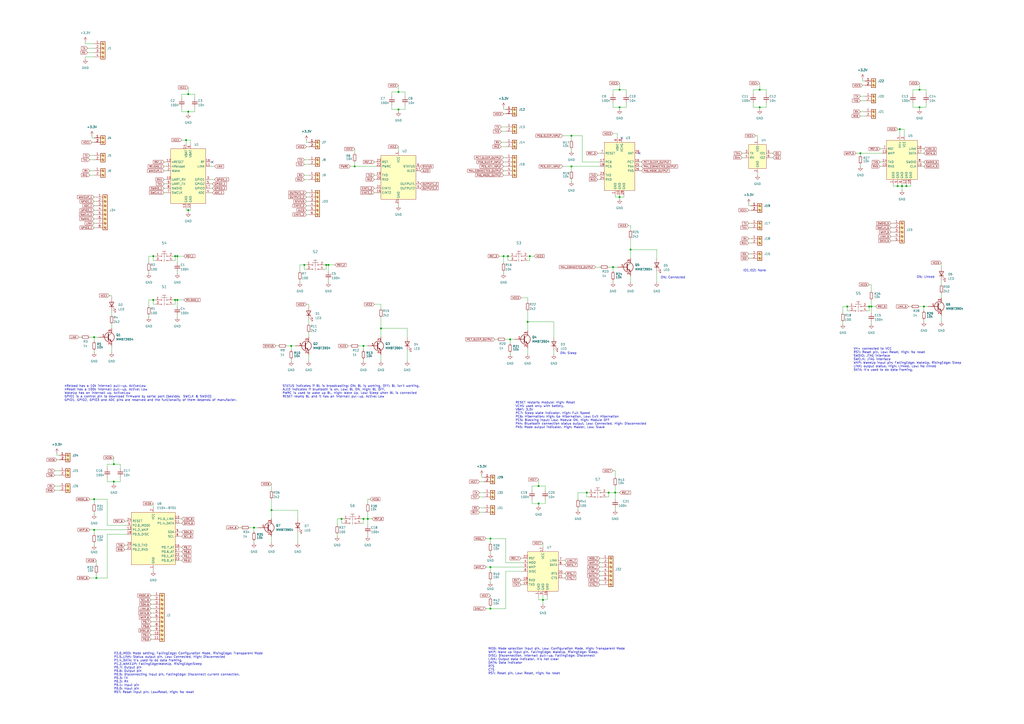
<source format=kicad_sch>
(kicad_sch (version 20231120) (generator "eeschema") (generator_version "8.0")
  (paper "A2")
  (title_block (title "Placa para pruebas con módulos Bluetooth") (date "2024-05-14") (rev "J.F.R.R.") (company "Eplimin"))
  (junction (at 359.41 62.23))
  (junction (at 109.22 54.61))
  (junction (at 109.22 64.77))
  (junction (at 210.82 200.66))
  (junction (at 491.49 177.8))
  (junction (at 55.88 335.28))
  (junction (at 231.14 53.34))
  (junction (at 102.87 148.59))
  (junction (at 307.34 148.59))
  (junction (at 88.9 148.59))
  (junction (at 499.11 88.9))
  (junction (at 66.04 269.24))
  (junction (at 504.19 177.8))
  (junction (at 101.6 148.59))
  (junction (at 306.07 186.69))
  (junction (at 295.91 196.85))
  (junction (at 54.61 307.34))
  (junction (at 88.9 173.99))
  (junction (at 231.14 63.5))
  (junction (at 147.32 306.07))
  (junction (at 176.53 153.67))
  (junction (at 312.42 292.1))
  (junction (at 525.78 107.95))
  (junction (at 314.96 347.98))
  (junction (at 533.4 62.23))
  (junction (at 220.98 190.5))
  (junction (at 102.87 173.99))
  (junction (at 359.41 52.07))
  (junction (at 331.47 96.52))
  (junction (at 157.48 295.91))
  (junction (at 356.87 285.75))
  (junction (at 312.42 281.94))
  (junction (at 340.36 285.75))
  (junction (at 292.1 148.59))
  (junction (at 198.12 300.99))
  (junction (at 213.36 300.99))
  (junction (at 521.97 74.93))
  (junction (at 54.61 195.58))
  (junction (at 359.41 114.3))
  (junction (at 353.06 285.75))
  (junction (at 533.4 52.07))
  (junction (at 440.69 52.07))
  (junction (at 440.69 62.23))
  (junction (at 523.24 107.95))
  (junction (at 205.74 96.52))
  (junction (at 107.95 81.28))
  (junction (at 190.5 153.67))
  (junction (at 284.48 312.42))
  (junction (at 284.48 328.93))
  (junction (at 535.94 177.8))
  (junction (at 520.7 107.95))
  (junction (at 365.76 144.78))
  (junction (at 210.82 300.99))
  (junction (at 355.6 154.94))
  (junction (at 294.64 148.59))
  (junction (at 168.91 200.66))
  (junction (at 505.46 177.8))
  (junction (at 109.22 121.92))
  (junction (at 66.04 279.4))
  (junction (at 54.61 289.56))
  (junction (at 331.47 78.74))
  (junction (at 101.6 173.99))
  (junction (at 189.23 153.67))
  (junction (at 284.48 353.06))
  (no_connect (at 370.84 88.9))
  (no_connect (at 123.19 93.98))
  (no_connect (at 360.68 80.01))
  (wire (pts (xy 88.9 292.1) (xy 88.9 294.64)))
  (wire (pts (xy 121.92 106.68) (xy 123.19 106.68)))
  (wire (pts (xy 179.07 187.96) (xy 179.07 185.42)))
  (wire (pts (xy 95.25 111.76) (xy 96.52 111.76)))
  (wire (pts (xy 306.07 180.34) (xy 306.07 186.69)))
  (wire (pts (xy 326.39 325.12) (xy 327.66 325.12)))
  (wire (pts (xy 121.92 109.22) (xy 123.19 109.22)))
  (wire (pts (xy 278.13 279.4) (xy 280.67 279.4)))
  (wire (pts (xy 381 157.48) (xy 381 163.83)))
  (wire (pts (xy 546.1 182.88) (xy 546.1 186.69)))
  (wire (pts (xy 53.34 82.55) (xy 54.61 82.55)))
  (wire (pts (xy 121.92 104.14) (xy 124.46 104.14)))
  (wire (pts (xy 525.78 106.68) (xy 525.78 107.95)))
  (wire (pts (xy 54.61 119.38) (xy 55.88 119.38)))
  (wire (pts (xy 177.8 124.46) (xy 179.07 124.46)))
  (wire (pts (xy 64.77 200.66) (xy 64.77 204.47)))
  (wire (pts (xy 213.36 289.56) (xy 213.36 292.1)))
  (wire (pts (xy 69.85 279.4) (xy 66.04 279.4)))
  (wire (pts (xy 355.6 273.05) (xy 356.87 273.05)))
  (wire (pts (xy 54.61 127) (xy 55.88 127)))
  (wire (pts (xy 190.5 162.56) (xy 190.5 163.83)))
  (wire (pts (xy 524.51 74.93) (xy 521.97 74.93)))
  (wire (pts (xy 160.02 200.66) (xy 161.29 200.66)))
  (wire (pts (xy 189.23 153.67) (xy 190.5 153.67)))
  (wire (pts (xy 340.36 288.29) (xy 340.36 285.75)))
  (wire (pts (xy 189.23 156.21) (xy 189.23 153.67)))
  (wire (pts (xy 438.15 78.74) (xy 439.42 78.74)))
  (wire (pts (xy 346.71 88.9) (xy 347.98 88.9)))
  (wire (pts (xy 217.17 176.53) (xy 220.98 176.53)))
  (wire (pts (xy 335.28 295.91) (xy 335.28 294.64)))
  (wire (pts (xy 86.36 184.15) (xy 86.36 182.88)))
  (wire (pts (xy 54.61 289.56) (xy 62.23 289.56)))
  (wire (pts (xy 87.63 368.3) (xy 88.9 368.3)))
  (wire (pts (xy 209.55 303.53) (xy 210.82 303.53)))
  (wire (pts (xy 340.36 285.75) (xy 341.63 285.75)))
  (wire (pts (xy 518.16 106.68) (xy 518.16 107.95)))
  (wire (pts (xy 113.03 54.61) (xy 109.22 54.61)))
  (wire (pts (xy 110.49 121.92) (xy 110.49 120.65)))
  (wire (pts (xy 307.34 151.13) (xy 307.34 148.59)))
  (wire (pts (xy 210.82 303.53) (xy 210.82 300.99)))
  (wire (pts (xy 220.98 205.74) (xy 220.98 209.55)))
  (wire (pts (xy 33.02 262.89) (xy 33.02 264.16)))
  (wire (pts (xy 86.36 158.75) (xy 86.36 157.48)))
  (wire (pts (xy 292.1 63.5) (xy 293.37 63.5)))
  (wire (pts (xy 327.66 332.74) (xy 326.39 332.74)))
  (wire (pts (xy 326.39 96.52) (xy 331.47 96.52)))
  (wire (pts (xy 520.7 106.68) (xy 520.7 107.95)))
  (wire (pts (xy 281.94 328.93) (xy 284.48 328.93)))
  (wire (pts (xy 69.85 269.24) (xy 66.04 269.24)))
  (wire (pts (xy 147.32 306.07) (xy 147.32 308.61)))
  (wire (pts (xy 95.25 96.52) (xy 96.52 96.52)))
  (wire (pts (xy 308.61 292.1) (xy 308.61 289.56)))
  (wire (pts (xy 351.79 285.75) (xy 353.06 285.75)))
  (wire (pts (xy 327.66 327.66) (xy 326.39 327.66)))
  (wire (pts (xy 72.39 302.26) (xy 73.66 302.26)))
  (wire (pts (xy 231.14 64.77) (xy 231.14 63.5)))
  (wire (pts (xy 353.06 288.29) (xy 353.06 285.75)))
  (wire (pts (xy 198.12 303.53) (xy 198.12 300.99)))
  (wire (pts (xy 54.61 195.58) (xy 54.61 198.12)))
  (wire (pts (xy 505.46 177.8) (xy 508 177.8)))
  (wire (pts (xy 504.19 165.1) (xy 505.46 165.1)))
  (wire (pts (xy 535.94 177.8) (xy 535.94 180.34)))
  (wire (pts (xy 287.02 196.85) (xy 288.29 196.85)))
  (wire (pts (xy 510.54 86.36) (xy 511.81 86.36)))
  (wire (pts (xy 447.04 88.9) (xy 448.31 88.9)))
  (wire (pts (xy 331.47 87.63) (xy 331.47 86.36)))
  (wire (pts (xy 347.98 326.39) (xy 349.25 326.39)))
  (wire (pts (xy 177.8 111.76) (xy 179.07 111.76)))
  (wire (pts (xy 88.9 148.59) (xy 90.17 148.59)))
  (wire (pts (xy 173.99 163.83) (xy 173.99 162.56)))
  (wire (pts (xy 101.6 173.99) (xy 102.87 173.99)))
  (wire (pts (xy 504.19 180.34) (xy 504.19 177.8)))
  (wire (pts (xy 491.49 177.8) (xy 492.76 177.8)))
  (wire (pts (xy 316.23 292.1) (xy 312.42 292.1)))
  (wire (pts (xy 210.82 200.66) (xy 210.82 203.2)))
  (wire (pts (xy 363.22 59.69) (xy 363.22 62.23)))
  (wire (pts (xy 55.88 335.28) (xy 62.23 335.28)))
  (wire (pts (xy 502.92 180.34) (xy 504.19 180.34)))
  (wire (pts (xy 347.98 336.55) (xy 349.25 336.55)))
  (wire (pts (xy 62.23 269.24) (xy 62.23 271.78)))
  (wire (pts (xy 54.61 114.3) (xy 55.88 114.3)))
  (wire (pts (xy 177.8 81.28) (xy 177.8 82.55)))
  (wire (pts (xy 525.78 107.95) (xy 528.32 107.95)))
  (wire (pts (xy 278.13 297.18) (xy 280.67 297.18)))
  (wire (pts (xy 210.82 300.99) (xy 213.36 300.99)))
  (wire (pts (xy 31.75 284.48) (xy 34.29 284.48)))
  (wire (pts (xy 284.48 328.93) (xy 284.48 331.47)))
  (wire (pts (xy 346.71 101.6) (xy 347.98 101.6)))
  (wire (pts (xy 321.31 186.69) (xy 321.31 195.58)))
  (wire (pts (xy 331.47 105.41) (xy 331.47 104.14)))
  (wire (pts (xy 314.96 347.98) (xy 314.96 350.52)))
  (wire (pts (xy 499.11 96.52) (xy 499.11 95.25)))
  (wire (pts (xy 317.5 347.98) (xy 317.5 345.44)))
  (wire (pts (xy 217.17 109.22) (xy 218.44 109.22)))
  (wire (pts (xy 217.17 111.76) (xy 218.44 111.76)))
  (wire (pts (xy 520.7 107.95) (xy 523.24 107.95)))
  (wire (pts (xy 523.24 106.68) (xy 523.24 107.95)))
  (wire (pts (xy 434.34 118.11) (xy 434.34 119.38)))
  (wire (pts (xy 62.23 289.56) (xy 62.23 304.8)))
  (wire (pts (xy 109.22 50.8) (xy 109.22 54.61)))
  (wire (pts (xy 356.87 113.03) (xy 356.87 114.3)))
  (wire (pts (xy 105.41 325.12) (xy 104.14 325.12)))
  (wire (pts (xy 370.84 96.52) (xy 372.11 96.52)))
  (wire (pts (xy 292.1 148.59) (xy 294.64 148.59)))
  (wire (pts (xy 54.61 27.94) (xy 50.8 27.94)))
  (wire (pts (xy 293.37 353.06) (xy 284.48 353.06)))
  (wire (pts (xy 290.83 76.2) (xy 293.37 76.2)))
  (wire (pts (xy 54.61 129.54) (xy 55.88 129.54)))
  (wire (pts (xy 54.61 132.08) (xy 55.88 132.08)))
  (wire (pts (xy 87.63 355.6) (xy 88.9 355.6)))
  (wire (pts (xy 295.91 196.85) (xy 298.45 196.85)))
  (wire (pts (xy 86.36 173.99) (xy 88.9 173.99)))
  (wire (pts (xy 195.58 304.8) (xy 195.58 300.99)))
  (wire (pts (xy 331.47 78.74) (xy 337.82 78.74)))
  (wire (pts (xy 88.9 330.2) (xy 88.9 331.47)))
  (wire (pts (xy 534.67 93.98) (xy 535.94 93.98)))
  (wire (pts (xy 365.76 138.43) (xy 365.76 144.78)))
  (wire (pts (xy 52.07 90.17) (xy 54.61 90.17)))
  (wire (pts (xy 104.14 311.15) (xy 105.41 311.15)))
  (wire (pts (xy 109.22 64.77) (xy 105.41 64.77)))
  (wire (pts (xy 500.38 46.99) (xy 501.65 46.99)))
  (wire (pts (xy 236.22 195.58) (xy 236.22 190.5)))
  (wire (pts (xy 187.96 153.67) (xy 189.23 153.67)))
  (wire (pts (xy 110.49 83.82) (xy 110.49 81.28)))
  (wire (pts (xy 205.74 86.36) (xy 205.74 88.9)))
  (wire (pts (xy 535.94 177.8) (xy 538.48 177.8)))
  (wire (pts (xy 345.44 154.94) (xy 347.98 154.94)))
  (wire (pts (xy 54.61 289.56) (xy 54.61 292.1)))
  (wire (pts (xy 234.95 63.5) (xy 231.14 63.5)))
  (wire (pts (xy 327.66 335.28) (xy 326.39 335.28)))
  (wire (pts (xy 491.49 180.34) (xy 491.49 177.8)))
  (wire (pts (xy 533.4 63.5) (xy 533.4 62.23)))
  (wire (pts (xy 331.47 96.52) (xy 331.47 99.06)))
  (wire (pts (xy 353.06 285.75) (xy 356.87 285.75)))
  (wire (pts (xy 306.07 151.13) (xy 307.34 151.13)))
  (wire (pts (xy 281.94 353.06) (xy 284.48 353.06)))
  (wire (pts (xy 518.16 137.16) (xy 516.89 137.16)))
  (wire (pts (xy 54.61 203.2) (xy 54.61 204.47)))
  (wire (pts (xy 518.16 107.95) (xy 520.7 107.95)))
  (wire (pts (xy 52.07 99.06) (xy 54.61 99.06)))
  (wire (pts (xy 199.39 303.53) (xy 198.12 303.53)))
  (wire (pts (xy 113.03 64.77) (xy 109.22 64.77)))
  (wire (pts (xy 289.56 148.59) (xy 292.1 148.59)))
  (wire (pts (xy 102.87 173.99) (xy 102.87 177.8)))
  (wire (pts (xy 101.6 176.53) (xy 101.6 173.99)))
  (wire (pts (xy 293.37 91.44) (xy 292.1 91.44)))
  (wire (pts (xy 95.25 104.14) (xy 96.52 104.14)))
  (wire (pts (xy 87.63 347.98) (xy 88.9 347.98)))
  (wire (pts (xy 54.61 314.96) (xy 54.61 316.23)))
  (wire (pts (xy 488.95 187.96) (xy 488.95 186.69)))
  (wire (pts (xy 86.36 148.59) (xy 88.9 148.59)))
  (wire (pts (xy 110.49 81.28) (xy 107.95 81.28)))
  (wire (pts (xy 353.06 154.94) (xy 355.6 154.94)))
  (wire (pts (xy 55.88 325.12) (xy 55.88 327.66)))
  (wire (pts (xy 54.61 307.34) (xy 54.61 309.88)))
  (wire (pts (xy 306.07 148.59) (xy 307.34 148.59)))
  (wire (pts (xy 351.79 288.29) (xy 353.06 288.29)))
  (wire (pts (xy 430.53 91.44) (xy 431.8 91.44)))
  (wire (pts (xy 518.16 134.62) (xy 516.89 134.62)))
  (wire (pts (xy 518.16 139.7) (xy 516.89 139.7)))
  (wire (pts (xy 52.07 92.71) (xy 54.61 92.71)))
  (wire (pts (xy 312.42 278.13) (xy 312.42 281.94)))
  (wire (pts (xy 365.76 144.78) (xy 365.76 149.86)))
  (wire (pts (xy 518.16 129.54) (xy 516.89 129.54)))
  (wire (pts (xy 500.38 49.53) (xy 501.65 49.53)))
  (wire (pts (xy 201.93 200.66) (xy 203.2 200.66)))
  (wire (pts (xy 444.5 54.61) (xy 444.5 52.07)))
  (wire (pts (xy 347.98 334.01) (xy 349.25 334.01)))
  (wire (pts (xy 347.98 323.85) (xy 349.25 323.85)))
  (wire (pts (xy 527.05 177.8) (xy 528.32 177.8)))
  (wire (pts (xy 284.48 328.93) (xy 303.53 328.93)))
  (wire (pts (xy 365.76 160.02) (xy 365.76 163.83)))
  (wire (pts (xy 31.75 273.05) (xy 34.29 273.05)))
  (wire (pts (xy 444.5 52.07) (xy 440.69 52.07)))
  (wire (pts (xy 292.1 158.75) (xy 292.1 157.48)))
  (wire (pts (xy 33.02 266.7) (xy 34.29 266.7)))
  (wire (pts (xy 355.6 52.07) (xy 355.6 54.61)))
  (wire (pts (xy 213.36 297.18) (xy 213.36 300.99)))
  (wire (pts (xy 105.41 320.04) (xy 104.14 320.04)))
  (wire (pts (xy 537.21 59.69) (xy 537.21 62.23)))
  (wire (pts (xy 157.48 289.56) (xy 157.48 295.91)))
  (wire (pts (xy 303.53 326.39) (xy 293.37 326.39)))
  (wire (pts (xy 217.17 101.6) (xy 218.44 101.6)))
  (wire (pts (xy 177.8 156.21) (xy 176.53 156.21)))
  (wire (pts (xy 231.14 63.5) (xy 227.33 63.5)))
  (wire (pts (xy 284.48 312.42) (xy 293.37 312.42)))
  (wire (pts (xy 337.82 93.98) (xy 347.98 93.98)))
  (wire (pts (xy 87.63 365.76) (xy 88.9 365.76)))
  (wire (pts (xy 31.75 275.59) (xy 34.29 275.59)))
  (wire (pts (xy 172.72 295.91) (xy 157.48 295.91)))
  (wire (pts (xy 45.72 195.58) (xy 46.99 195.58)))
  (wire (pts (xy 105.41 64.77) (xy 105.41 62.23)))
  (wire (pts (xy 147.32 313.69) (xy 147.32 314.96)))
  (wire (pts (xy 292.1 66.04) (xy 293.37 66.04)))
  (wire (pts (xy 62.23 279.4) (xy 62.23 276.86)))
  (wire (pts (xy 314.96 345.44) (xy 314.96 347.98)))
  (wire (pts (xy 236.22 190.5) (xy 220.98 190.5)))
  (wire (pts (xy 365.76 130.81) (xy 365.76 133.35)))
  (wire (pts (xy 521.97 74.93) (xy 521.97 78.74)))
  (wire (pts (xy 533.4 48.26) (xy 533.4 52.07)))
  (wire (pts (xy 172.72 300.99) (xy 172.72 295.91)))
  (wire (pts (xy 293.37 99.06) (xy 292.1 99.06)))
  (wire (pts (xy 109.22 121.92) (xy 110.49 121.92)))
  (wire (pts (xy 87.63 358.14) (xy 88.9 358.14)))
  (wire (pts (xy 341.63 288.29) (xy 340.36 288.29)))
  (wire (pts (xy 529.59 52.07) (xy 533.4 52.07)))
  (wire (pts (xy 177.8 121.92) (xy 179.07 121.92)))
  (wire (pts (xy 179.07 205.74) (xy 179.07 209.55)))
  (wire (pts (xy 220.98 184.15) (xy 220.98 190.5)))
  (wire (pts (xy 359.41 113.03) (xy 359.41 114.3)))
  (wire (pts (xy 436.88 52.07) (xy 436.88 54.61)))
  (wire (pts (xy 195.58 311.15) (xy 195.58 309.88)))
  (wire (pts (xy 306.07 172.72) (xy 306.07 175.26)))
  (wire (pts (xy 284.48 312.42) (xy 284.48 314.96)))
  (wire (pts (xy 294.64 148.59) (xy 295.91 148.59)))
  (wire (pts (xy 533.4 62.23) (xy 529.59 62.23)))
  (wire (pts (xy 331.47 96.52) (xy 347.98 96.52)))
  (wire (pts (xy 190.5 153.67) (xy 190.5 157.48)))
  (wire (pts (xy 168.91 208.28) (xy 168.91 209.55)))
  (wire (pts (xy 157.48 280.67) (xy 157.48 284.48)))
  (wire (pts (xy 227.33 53.34) (xy 227.33 55.88)))
  (wire (pts (xy 293.37 93.98) (xy 292.1 93.98)))
  (wire (pts (xy 168.91 200.66) (xy 171.45 200.66)))
  (wire (pts (xy 69.85 271.78) (xy 69.85 269.24)))
  (wire (pts (xy 49.53 25.4) (xy 54.61 25.4)))
  (wire (pts (xy 52.07 335.28) (xy 55.88 335.28)))
  (wire (pts (xy 529.59 52.07) (xy 529.59 54.61)))
  (wire (pts (xy 168.91 200.66) (xy 168.91 203.2)))
  (wire (pts (xy 54.61 307.34) (xy 73.66 307.34)))
  (wire (pts (xy 187.96 156.21) (xy 189.23 156.21)))
  (wire (pts (xy 54.61 124.46) (xy 55.88 124.46)))
  (wire (pts (xy 177.8 116.84) (xy 179.07 116.84)))
  (wire (pts (xy 177.8 82.55) (xy 179.07 82.55)))
  (wire (pts (xy 121.92 96.52) (xy 124.46 96.52)))
  (wire (pts (xy 87.63 350.52) (xy 88.9 350.52)))
  (wire (pts (xy 107.95 121.92) (xy 109.22 121.92)))
  (wire (pts (xy 370.84 99.06) (xy 372.11 99.06)))
  (wire (pts (xy 439.42 100.33) (xy 439.42 101.6)))
  (wire (pts (xy 113.03 57.15) (xy 113.03 54.61)))
  (wire (pts (xy 100.33 148.59) (xy 101.6 148.59)))
  (wire (pts (xy 64.77 182.88) (xy 64.77 180.34)))
  (wire (pts (xy 302.26 172.72) (xy 306.07 172.72)))
  (wire (pts (xy 346.71 104.14) (xy 347.98 104.14)))
  (wire (pts (xy 109.22 121.92) (xy 109.22 123.19)))
  (wire (pts (xy 101.6 148.59) (xy 102.87 148.59)))
  (wire (pts (xy 306.07 201.93) (xy 306.07 205.74)))
  (wire (pts (xy 505.46 173.99) (xy 505.46 177.8)))
  (wire (pts (xy 293.37 96.52) (xy 292.1 96.52)))
  (wire (pts (xy 113.03 62.23) (xy 113.03 64.77)))
  (wire (pts (xy 434.34 138.43) (xy 435.61 138.43)))
  (wire (pts (xy 123.19 93.98) (xy 121.92 93.98)))
  (wire (pts (xy 284.48 345.44) (xy 284.48 346.71)))
  (wire (pts (xy 102.87 182.88) (xy 102.87 184.15)))
  (wire (pts (xy 64.77 171.45) (xy 64.77 172.72)))
  (wire (pts (xy 523.24 107.95) (xy 525.78 107.95)))
  (wire (pts (xy 537.21 54.61) (xy 537.21 52.07)))
  (wire (pts (xy 198.12 300.99) (xy 199.39 300.99)))
  (wire (pts (xy 381 144.78) (xy 365.76 144.78)))
  (wire (pts (xy 62.23 304.8) (xy 73.66 304.8)))
  (wire (pts (xy 355.6 154.94) (xy 358.14 154.94)))
  (wire (pts (xy 505.46 165.1) (xy 505.46 168.91)))
  (wire (pts (xy 356.87 273.05) (xy 356.87 276.86)))
  (wire (pts (xy 157.48 311.15) (xy 157.48 314.96)))
  (wire (pts (xy 502.92 177.8) (xy 504.19 177.8)))
  (wire (pts (xy 356.87 281.94) (xy 356.87 285.75)))
  (wire (pts (xy 173.99 157.48) (xy 173.99 153.67)))
  (wire (pts (xy 510.54 93.98) (xy 511.81 93.98)))
  (wire (pts (xy 284.48 351.79) (xy 284.48 353.06)))
  (wire (pts (xy 505.46 177.8) (xy 505.46 181.61)))
  (wire (pts (xy 62.23 335.28) (xy 62.23 309.88)))
  (wire (pts (xy 361.95 114.3) (xy 361.95 113.03)))
  (wire (pts (xy 533.4 177.8) (xy 535.94 177.8)))
  (wire (pts (xy 499.11 55.88) (xy 501.65 55.88)))
  (wire (pts (xy 104.14 300.99) (xy 105.41 300.99)))
  (wire (pts (xy 434.34 129.54) (xy 435.61 129.54)))
  (wire (pts (xy 312.42 345.44) (xy 312.42 347.98)))
  (wire (pts (xy 52.07 289.56) (xy 54.61 289.56)))
  (wire (pts (xy 144.78 306.07) (xy 147.32 306.07)))
  (wire (pts (xy 355.6 62.23) (xy 355.6 59.69)))
  (wire (pts (xy 121.92 111.76) (xy 123.19 111.76)))
  (wire (pts (xy 176.53 101.6) (xy 179.07 101.6)))
  (wire (pts (xy 90.17 176.53) (xy 88.9 176.53)))
  (wire (pts (xy 177.8 176.53) (xy 179.07 176.53)))
  (wire (pts (xy 179.07 176.53) (xy 179.07 177.8)))
  (wire (pts (xy 279.4 276.86) (xy 280.67 276.86)))
  (wire (pts (xy 316.23 289.56) (xy 316.23 292.1)))
  (wire (pts (xy 347.98 328.93) (xy 349.25 328.93)))
  (wire (pts (xy 307.34 148.59) (xy 309.88 148.59)))
  (wire (pts (xy 434.34 149.86) (xy 435.61 149.86)))
  (wire (pts (xy 363.22 62.23) (xy 359.41 62.23)))
  (wire (pts (xy 430.53 88.9) (xy 431.8 88.9)))
  (wire (pts (xy 321.31 186.69) (xy 306.07 186.69)))
  (wire (pts (xy 295.91 196.85) (xy 295.91 199.39)))
  (wire (pts (xy 86.36 152.4) (xy 86.36 148.59)))
  (wire (pts (xy 52.07 307.34) (xy 54.61 307.34)))
  (wire (pts (xy 290.83 73.66) (xy 293.37 73.66)))
  (wire (pts (xy 499.11 58.42) (xy 501.65 58.42)))
  (wire (pts (xy 105.41 322.58) (xy 104.14 322.58)))
  (wire (pts (xy 308.61 281.94) (xy 308.61 284.48)))
  (wire (pts (xy 53.34 80.01) (xy 54.61 80.01)))
  (wire (pts (xy 157.48 295.91) (xy 157.48 300.99)))
  (wire (pts (xy 537.21 52.07) (xy 533.4 52.07)))
  (wire (pts (xy 499.11 67.31) (xy 501.65 67.31)))
  (wire (pts (xy 295.91 151.13) (xy 294.64 151.13)))
  (wire (pts (xy 284.48 320.04) (xy 284.48 321.31)))
  (wire (pts (xy 290.83 82.55) (xy 293.37 82.55)))
  (wire (pts (xy 176.53 92.71) (xy 179.07 92.71)))
  (wire (pts (xy 62.23 309.88) (xy 73.66 309.88)))
  (wire (pts (xy 278.13 288.29) (xy 280.67 288.29)))
  (wire (pts (xy 524.51 78.74) (xy 524.51 74.93)))
  (wire (pts (xy 356.87 285.75) (xy 359.41 285.75)))
  (wire (pts (xy 66.04 279.4) (xy 62.23 279.4)))
  (wire (pts (xy 205.74 96.52) (xy 218.44 96.52)))
  (wire (pts (xy 213.36 300.99) (xy 215.9 300.99)))
  (wire (pts (xy 190.5 153.67) (xy 194.31 153.67)))
  (wire (pts (xy 53.34 78.74) (xy 53.34 80.01)))
  (wire (pts (xy 335.28 285.75) (xy 340.36 285.75)))
  (wire (pts (xy 87.63 345.44) (xy 88.9 345.44)))
  (wire (pts (xy 546.1 170.18) (xy 546.1 172.72)))
  (wire (pts (xy 434.34 132.08) (xy 435.61 132.08)))
  (wire (pts (xy 529.59 62.23) (xy 529.59 59.69)))
  (wire (pts (xy 176.53 95.25) (xy 179.07 95.25)))
  (wire (pts (xy 356.87 114.3) (xy 359.41 114.3)))
  (wire (pts (xy 520.7 74.93) (xy 521.97 74.93)))
  (wire (pts (xy 359.41 63.5) (xy 359.41 62.23)))
  (wire (pts (xy 54.61 30.48) (xy 50.8 30.48)))
  (wire (pts (xy 176.53 153.67) (xy 177.8 153.67)))
  (wire (pts (xy 49.53 34.29) (xy 49.53 33.02)))
  (wire (pts (xy 31.75 281.94) (xy 34.29 281.94)))
  (wire (pts (xy 86.36 177.8) (xy 86.36 173.99)))
  (wire (pts (xy 355.6 154.94) (xy 355.6 157.48)))
  (wire (pts (xy 314.96 314.96) (xy 314.96 317.5)))
  (wire (pts (xy 292.1 152.4) (xy 292.1 148.59)))
  (wire (pts (xy 87.63 363.22) (xy 88.9 363.22)))
  (wire (pts (xy 492.76 180.34) (xy 491.49 180.34)))
  (wire (pts (xy 100.33 173.99) (xy 101.6 173.99)))
  (wire (pts (xy 105.41 308.61) (xy 104.14 308.61)))
  (wire (pts (xy 54.61 116.84) (xy 55.88 116.84)))
  (wire (pts (xy 510.54 96.52) (xy 511.81 96.52)))
  (wire (pts (xy 496.57 88.9) (xy 499.11 88.9)))
  (wire (pts (xy 179.07 193.04) (xy 179.07 195.58)))
  (wire (pts (xy 205.74 93.98) (xy 205.74 96.52)))
  (wire (pts (xy 321.31 203.2) (xy 321.31 205.74)))
  (wire (pts (xy 55.88 332.74) (xy 55.88 335.28)))
  (wire (pts (xy 499.11 64.77) (xy 501.65 64.77)))
  (wire (pts (xy 210.82 200.66) (xy 213.36 200.66)))
  (wire (pts (xy 359.41 48.26) (xy 359.41 52.07)))
  (wire (pts (xy 220.98 176.53) (xy 220.98 179.07)))
  (wire (pts (xy 337.82 78.74) (xy 337.82 93.98)))
  (wire (pts (xy 355.6 162.56) (xy 355.6 163.83)))
  (wire (pts (xy 63.5 171.45) (xy 64.77 171.45)))
  (wire (pts (xy 87.63 360.68) (xy 88.9 360.68)))
  (wire (pts (xy 308.61 281.94) (xy 312.42 281.94)))
  (wire (pts (xy 370.84 93.98) (xy 372.11 93.98)))
  (wire (pts (xy 54.61 121.92) (xy 55.88 121.92)))
  (wire (pts (xy 335.28 289.56) (xy 335.28 285.75)))
  (wire (pts (xy 302.26 339.09) (xy 303.53 339.09)))
  (wire (pts (xy 210.82 208.28) (xy 210.82 209.55)))
  (wire (pts (xy 302.26 323.85) (xy 303.53 323.85)))
  (wire (pts (xy 49.53 24.13) (xy 49.53 25.4)))
  (wire (pts (xy 281.94 312.42) (xy 284.48 312.42)))
  (wire (pts (xy 234.95 60.96) (xy 234.95 63.5)))
  (wire (pts (xy 231.14 49.53) (xy 231.14 53.34)))
  (wire (pts (xy 355.6 52.07) (xy 359.41 52.07)))
  (wire (pts (xy 177.8 119.38) (xy 179.07 119.38)))
  (wire (pts (xy 356.87 285.75) (xy 356.87 289.56)))
  (wire (pts (xy 227.33 63.5) (xy 227.33 60.96)))
  (wire (pts (xy 109.22 66.04) (xy 109.22 64.77)))
  (wire (pts (xy 105.41 81.28) (xy 107.95 81.28)))
  (wire (pts (xy 279.4 275.59) (xy 279.4 276.86)))
  (wire (pts (xy 104.14 317.5) (xy 105.41 317.5)))
  (wire (pts (xy 444.5 62.23) (xy 440.69 62.23)))
  (wire (pts (xy 434.34 119.38) (xy 435.61 119.38)))
  (wire (pts (xy 95.25 99.06) (xy 96.52 99.06)))
  (wire (pts (xy 72.39 316.23) (xy 73.66 316.23)))
  (wire (pts (xy 306.07 186.69) (xy 306.07 191.77)))
  (wire (pts (xy 95.25 109.22) (xy 96.52 109.22)))
  (wire (pts (xy 303.53 331.47) (xy 293.37 331.47)))
  (wire (pts (xy 534.67 96.52) (xy 535.94 96.52)))
  (wire (pts (xy 209.55 300.99) (xy 210.82 300.99)))
  (wire (pts (xy 213.36 300.99) (xy 213.36 304.8)))
  (wire (pts (xy 87.63 370.84) (xy 88.9 370.84)))
  (wire (pts (xy 347.98 331.47) (xy 349.25 331.47)))
  (wire (pts (xy 278.13 294.64) (xy 280.67 294.64)))
  (wire (pts (xy 534.67 88.9) (xy 535.94 88.9)))
  (wire (pts (xy 52.07 195.58) (xy 54.61 195.58)))
  (wire (pts (xy 107.95 81.28) (xy 107.95 83.82)))
  (wire (pts (xy 434.34 121.92) (xy 435.61 121.92)))
  (wire (pts (xy 236.22 203.2) (xy 236.22 209.55)))
  (wire (pts (xy 439.42 78.74) (xy 439.42 81.28)))
  (wire (pts (xy 356.87 294.64) (xy 356.87 295.91)))
  (wire (pts (xy 177.8 114.3) (xy 179.07 114.3)))
  (wire (pts (xy 217.17 104.14) (xy 218.44 104.14)))
  (wire (pts (xy 33.02 264.16) (xy 34.29 264.16)))
  (wire (pts (xy 220.98 190.5) (xy 220.98 195.58)))
  (wire (pts (xy 436.88 62.23) (xy 436.88 59.69)))
  (wire (pts (xy 293.37 331.47) (xy 293.37 353.06)))
  (wire (pts (xy 528.32 107.95) (xy 528.32 106.68)))
  (wire (pts (xy 518.16 132.08) (xy 516.89 132.08)))
  (wire (pts (xy 107.95 120.65) (xy 107.95 121.92)))
  (wire (pts (xy 147.32 306.07) (xy 149.86 306.07)))
  (wire (pts (xy 138.43 306.07) (xy 139.7 306.07)))
  (wire (pts (xy 359.41 115.57) (xy 359.41 114.3)))
  (wire (pts (xy 52.07 101.6) (xy 54.61 101.6)))
  (wire (pts (xy 64.77 187.96) (xy 64.77 190.5)))
  (wire (pts (xy 102.87 173.99) (xy 106.68 173.99)))
  (wire (pts (xy 440.69 48.26) (xy 440.69 52.07)))
  (wire (pts (xy 500.38 45.72) (xy 500.38 46.99)))
  (wire (pts (xy 537.21 62.23) (xy 533.4 62.23)))
  (wire (pts (xy 234.95 55.88) (xy 234.95 53.34)))
  (wire (pts (xy 177.8 85.09) (xy 179.07 85.09)))
  (wire (pts (xy 105.41 54.61) (xy 105.41 57.15)))
  (wire (pts (xy 293.37 326.39) (xy 293.37 312.42)))
  (wire (pts (xy 290.83 85.09) (xy 293.37 85.09)))
  (wire (pts (xy 173.99 153.67) (xy 176.53 153.67)))
  (wire (pts (xy 66.04 265.43) (xy 66.04 269.24)))
  (wire (pts (xy 293.37 196.85) (xy 295.91 196.85)))
  (wire (pts (xy 434.34 140.97) (xy 435.61 140.97)))
  (wire (pts (xy 284.48 337.82) (xy 284.48 336.55)))
  (wire (pts (xy 69.85 276.86) (xy 69.85 279.4)))
  (wire (pts (xy 95.25 93.98) (xy 96.52 93.98)))
  (wire (pts (xy 88.9 176.53) (xy 88.9 173.99)))
  (wire (pts (xy 359.41 114.3) (xy 361.95 114.3)))
  (wire (pts (xy 90.17 151.13) (xy 88.9 151.13)))
  (wire (pts (xy 355.6 77.47) (xy 358.14 77.47)))
  (wire (pts (xy 331.47 78.74) (xy 331.47 81.28)))
  (wire (pts (xy 534.67 86.36) (xy 535.94 86.36)))
  (wire (pts (xy 101.6 151.13) (xy 101.6 148.59)))
  (wire (pts (xy 293.37 101.6) (xy 292.1 101.6)))
  (wire (pts (xy 499.11 88.9) (xy 499.11 90.17)))
  (wire (pts (xy 363.22 54.61) (xy 363.22 52.07)))
  (wire (pts (xy 234.95 53.34) (xy 231.14 53.34)))
  (wire (pts (xy 104.14 303.53) (xy 105.41 303.53)))
  (wire (pts (xy 292.1 62.23) (xy 292.1 63.5)))
  (wire (pts (xy 295.91 204.47) (xy 295.91 205.74)))
  (wire (pts (xy 213.36 309.88) (xy 213.36 311.15)))
  (wire (pts (xy 100.33 176.53) (xy 101.6 176.53)))
  (wire (pts (xy 88.9 151.13) (xy 88.9 148.59)))
  (wire (pts (xy 363.22 52.07) (xy 359.41 52.07)))
  (wire (pts (xy 434.34 147.32) (xy 435.61 147.32)))
  (wire (pts (xy 312.42 347.98) (xy 314.96 347.98)))
  (wire (pts (xy 231.14 85.09) (xy 231.14 87.63)))
  (wire (pts (xy 102.87 148.59) (xy 102.87 152.4)))
  (wire (pts (xy 231.14 118.11) (xy 231.14 119.38)))
  (wire (pts (xy 214.63 289.56) (xy 213.36 289.56)))
  (wire (pts (xy 444.5 59.69) (xy 444.5 62.23)))
  (wire (pts (xy 88.9 173.99) (xy 90.17 173.99)))
  (wire (pts (xy 312.42 293.37) (xy 312.42 292.1)))
  (wire (pts (xy 172.72 308.61) (xy 172.72 314.96)))
  (wire (pts (xy 49.53 33.02) (xy 54.61 33.02)))
  (wire (pts (xy 176.53 153.67) (xy 176.53 156.21)))
  (wire (pts (xy 364.49 130.81) (xy 365.76 130.81)))
  (wire (pts (xy 62.23 269.24) (xy 66.04 269.24)))
  (wire (pts (xy 381 144.78) (xy 381 149.86)))
  (wire (pts (xy 166.37 200.66) (xy 168.91 200.66)))
  (wire (pts (xy 217.17 93.98) (xy 218.44 93.98)))
  (wire (pts (xy 227.33 53.34) (xy 231.14 53.34)))
  (wire (pts (xy 546.1 152.4) (xy 546.1 154.94)))
  (wire (pts (xy 505.46 186.69) (xy 505.46 187.96)))
  (wire (pts (xy 176.53 104.14) (xy 179.07 104.14)))
  (wire (pts (xy 87.63 353.06) (xy 88.9 353.06)))
  (wire (pts (xy 312.42 292.1) (xy 308.61 292.1)))
  (wire (pts (xy 54.61 195.58) (xy 57.15 195.58)))
  (wire (pts (xy 546.1 165.1) (xy 546.1 162.56)))
  (wire (pts (xy 102.87 148.59) (xy 106.68 148.59)))
  (wire (pts (xy 195.58 300.99) (xy 198.12 300.99)))
  (wire (pts (xy 488.95 177.8) (xy 491.49 177.8)))
  (wire (pts (xy 359.41 62.23) (xy 355.6 62.23)))
  (wire (pts (xy 436.88 52.07) (xy 440.69 52.07)))
  (wire (pts (xy 523.24 107.95) (xy 523.24 110.49)))
  (wire (pts (xy 499.11 88.9) (xy 511.81 88.9)))
  (wire (pts (xy 314.96 347.98) (xy 317.5 347.98)))
  (wire (pts (xy 54.61 297.18) (xy 54.61 298.45)))
  (wire (pts (xy 440.69 62.23) (xy 436.88 62.23)))
  (wire (pts (xy 326.39 78.74) (xy 331.47 78.74)))
  (wire (pts (xy 447.04 91.44) (xy 448.31 91.44)))
  (wire (pts (xy 102.87 157.48) (xy 102.87 158.75)))
  (wire (pts (xy 294.64 148.59) (xy 294.64 151.13)))
  (wire (pts (xy 278.13 285.75) (xy 280.67 285.75)))
  (wire (pts (xy 100.33 151.13) (xy 101.6 151.13)))
  (wire (pts (xy 316.23 281.94) (xy 312.42 281.94)))
  (wire (pts (xy 347.98 339.09) (xy 349.25 339.09)))
  (wire (pts (xy 440.69 63.5) (xy 440.69 62.23)))
  (wire (pts (xy 302.26 336.55) (xy 303.53 336.55)))
  (wire (pts (xy 535.94 185.42) (xy 535.94 186.69)))
  (wire (pts (xy 208.28 200.66) (xy 210.82 200.66)))
  (wire (pts (xy 488.95 181.61) (xy 488.95 177.8)))
  (wire (pts (xy 358.14 77.47) (xy 358.14 80.01)))
  (wire (pts (xy 316.23 284.48) (xy 316.23 281.94)))
  (wire (pts (xy 66.04 280.67) (xy 66.04 279.4)))
  (wire (pts (xy 504.19 177.8) (xy 505.46 177.8)))
  (wire (pts (xy 105.41 54.61) (xy 109.22 54.61)))
  (wire (pts (xy 203.2 96.52) (xy 205.74 96.52)))
  (wire (pts (xy 72.39 318.77) (xy 73.66 318.77)))
  (wire (pts (xy 95.25 106.68) (xy 96.52 106.68)))
  (text "ON: Linked" (at 536.956 160.782 0) (effects (font (size 1.27 1.27))))
  (text "MOD: Mode selection input pin. Low: Configuration Mode, High: Transparent Mode\nWKP: Wake up input pin. FallingEdge: WakeUp, RisingEdge: Sleep.\nDISC: Disconnection, internall pull-up. FallingEdge: Disconnect\nLINK: Output data indicator. It's not clear\nDATA: Data indicator\nRTS\nCTS\nRST: Reset pin. Low: Reset, High: No reset" (at 283.21 383.54 0) (effects (font (size 1.27 1.27)) (justify left)))
  (text "STATUS indicates if BL is broadcasting: ON: BL is working, OFF: BL isn't working.\nALED indicates if bluetooth is on. Low: BL ON, High: BL OFF.\nPWRC is used to wake up BL. High: Wake Up, Low: Sleep when BL is connected\nRESET resets BL and it has an internall pul-up. Active: Low\n" (at 163.83 227.076 0) (effects (font (size 1.27 1.27)) (justify left)))
  (text "ON: Sleep" (at 329.692 204.978 0) (effects (font (size 1.27 1.27))))
  (text "RESET restarts module: High: Reset\nVCHG used only with battery.\nVBAT: 3.3V\nPC7: Sleep state indicator. High: Full Speed\nPC6: Hibernation: High: Go Hibernation, Low: Exit Hibernation\nPC5: Blocking input: Low: Module ON, High: Module OFF\nPA4: Bluetooth connection status output. Low: Connected, High: Disconnected\nPA5: Mode output indicator. High: Master, Low: Slave\n\n\n" (at 298.958 242.824 0) (effects (font (size 1.27 1.27)) (justify left)))
  (text "nReload has a 10k internall pull-up. Active:Low\nnReset has a 100k internall pull-up. Active: Low\nWakeUp has an internall up. Active:Low\nGPIO1 is a control pin to download firmware by serial port (besides  SWCLK & SWDIO)\nGPIO1, GPIO2, GPIO3 and ADC pins are reserved and the funcionality of them depends of manufacter." (at 37.338 228.092 0) (effects (font (size 1.27 1.27)) (justify left)))
  (text "VH+ connected to VCC\nRST: Reset pin. Low: Reset, High: No reset\nSWDIO: JTAG interface\nSWCLK: JTAG interface\nWKP: WakeUp input pin: FallingEdge: WakeUp. RisingEdge: Sleep\nLINK: output status. High: Linked. Low: No linked\nDATA: It's used to do data framing.\n\n" (at 495.046 209.55 0) (effects (font (size 1.27 1.27)) (justify left)))
  (text "P2.0_MOD: Mode setting. FallingEdge: Configuration Mode, RisingEdge: Transparent Mode\nP1.5_LINK: Status output pin. Low: Connected, High: Disconnected\nP1.4_DATA: It's used to do data framing.\nP1.2_WAKEUP: FallingEdge:WakeUp, RisingEdge:Sleep\nP0.7: Output pin\nP0.6: Output pin\nP0.5: Disconnecting input pin. FallingEdge: Disconnect current connection.\nP0.3: TX\nP0.2: RX\nP0.1: Input pin\nP0.0: Input pin\nRST: Reset input pin: Low:Reset, High: No reset\n\n\n" (at 66.04 392.43 0) (effects (font (size 1.27 1.27)) (justify left)))
  (text "ON: Connected" (at 390.398 161.036 0) (effects (font (size 1.27 1.27))))
  (text "IO1,IO2: None" (at 431.038 156.972 0) (effects (font (size 1.27 1.27)) (justify left)))
  (global_label "TX5" (shape input) (at 499.11 58.42 180) (effects (font (size 1.016 1.016))) (property "Intersheetrefs" "${INTERSHEET_REFS}" (effects (hide yes))))
  (global_label "RST_7" (shape input) (at 359.41 285.75 0) (effects (font (size 1.016 1.016))) (property "Intersheetrefs" "${INTERSHEET_REFS}" (effects (hide yes))))
  (global_label "VCC3" (shape input) (at 359.41 48.26 180) (effects (font (size 1.016 1.016))) (property "Intersheetrefs" "${INTERSHEET_REFS}" (effects (hide yes))))
  (global_label "SCL_6" (shape input) (at 105.41 311.15 0) (effects (font (size 1.016 1.016))) (property "Intersheetrefs" "${INTERSHEET_REFS}" (effects (hide yes))))
  (global_label "RST_3" (shape input) (at 346.71 88.9 180) (effects (font (size 1.016 1.016))) (property "Intersheetrefs" "${INTERSHEET_REFS}" (effects (hide yes))))
  (global_label "EINT2_2" (shape input) (at 217.17 111.76 180) (effects (font (size 1.016 1.016))) (property "Intersheetrefs" "${INTERSHEET_REFS}" (effects (hide yes))))
  (global_label "TX" (shape input) (at 176.53 92.71 180) (effects (font (size 1.016 1.016))) (property "Intersheetrefs" "${INTERSHEET_REFS}" (effects (hide yes))))
  (global_label "RST_6" (shape input) (at 72.39 302.26 180) (effects (font (size 1.016 1.016))) (property "Intersheetrefs" "${INTERSHEET_REFS}" (effects (hide yes))))
  (global_label "PC6_SLEEP_INPUT" (shape input) (at 292.1 93.98 180) (effects (font (size 1.016 1.016))) (property "Intersheetrefs" "${INTERSHEET_REFS}" (effects (hide yes))))
  (global_label "SWDIO_5" (shape input) (at 516.89 129.54 180) (effects (font (size 1.016 1.016))) (property "Intersheetrefs" "${INTERSHEET_REFS}" (effects (hide yes))))
  (global_label "TX" (shape input) (at 31.75 273.05 180) (effects (font (size 1.016 1.016))) (property "Intersheetrefs" "${INTERSHEET_REFS}" (effects (hide yes))))
  (global_label "RX1" (shape input) (at 52.07 101.6 180) (effects (font (size 1.016 1.016))) (property "Intersheetrefs" "${INTERSHEET_REFS}" (effects (hide yes))))
  (global_label "CTS_7" (shape input) (at 327.66 335.28 0) (effects (font (size 1.016 1.016))) (property "Intersheetrefs" "${INTERSHEET_REFS}" (effects (hide yes))))
  (global_label "P0.1" (shape input) (at 105.41 322.58 0) (effects (font (size 1.016 1.016))) (property "Intersheetrefs" "${INTERSHEET_REFS}" (effects (hide yes))))
  (global_label "VCC3" (shape input) (at 302.26 172.72 180) (effects (font (size 1.016 1.016))) (property "Intersheetrefs" "${INTERSHEET_REFS}" (effects (hide yes))))
  (global_label "IO1" (shape input) (at 434.34 147.32 180) (effects (font (size 1.016 1.016))) (property "Intersheetrefs" "${INTERSHEET_REFS}" (effects (hide yes))))
  (global_label "LINK_5" (shape input) (at 516.89 137.16 180) (effects (font (size 1.016 1.016))) (property "Intersheetrefs" "${INTERSHEET_REFS}" (effects (hide yes))))
  (global_label "EINT1_2" (shape input) (at 217.17 109.22 180) (effects (font (size 1.016 1.016))) (property "Intersheetrefs" "${INTERSHEET_REFS}" (effects (hide yes))))
  (global_label "ALED" (shape input) (at 177.8 121.92 180) (effects (font (size 1.016 1.016))) (property "Intersheetrefs" "${INTERSHEET_REFS}" (effects (hide yes))))
  (global_label "WKP_6" (shape input) (at 52.07 307.34 180) (effects (font (size 1.016 1.016))) (property "Intersheetrefs" "${INTERSHEET_REFS}" (effects (hide yes))))
  (global_label "TX1" (shape input) (at 95.25 106.68 180) (effects (font (size 1.016 1.016))) (property "Intersheetrefs" "${INTERSHEET_REFS}" (effects (hide yes))))
  (global_label "DISC_7" (shape input) (at 281.94 353.06 180) (effects (font (size 1.016 1.016))) (property "Intersheetrefs" "${INTERSHEET_REFS}" (effects (hide yes))))
  (global_label "RX6" (shape input) (at 72.39 318.77 180) (effects (font (size 1.016 1.016))) (property "Intersheetrefs" "${INTERSHEET_REFS}" (effects (hide yes))))
  (global_label "VCC6" (shape input) (at 33.02 266.7 180) (effects (font (size 1.016 1.016))) (property "Intersheetrefs" "${INTERSHEET_REFS}" (effects (hide yes))))
  (global_label "VCC7" (shape input) (at 312.42 278.13 180) (effects (font (size 1.016 1.016))) (property "Intersheetrefs" "${INTERSHEET_REFS}" (effects (hide yes))))
  (global_label "TX2" (shape input) (at 217.17 101.6 180) (effects (font (size 1.016 1.016))) (property "Intersheetrefs" "${INTERSHEET_REFS}" (effects (hide yes))))
  (global_label "RST_5" (shape input) (at 510.54 86.36 180) (effects (font (size 1.016 1.016))) (property "Intersheetrefs" "${INTERSHEET_REFS}" (effects (hide yes))))
  (global_label "VCC7" (shape input) (at 355.6 273.05 180) (effects (font (size 1.016 1.016))) (property "Intersheetrefs" "${INTERSHEET_REFS}" (effects (hide yes))))
  (global_label "PA5_MODE_OUTPUT" (shape input) (at 372.11 99.06 0) (effects (font (size 1.016 1.016))) (property "Intersheetrefs" "${INTERSHEET_REFS}" (effects (hide yes))))
  (global_label "EINT1_2" (shape input) (at 177.8 124.46 180) (effects (font (size 1.016 1.016))) (property "Intersheetrefs" "${INTERSHEET_REFS}" (effects (hide yes))))
  (global_label "SWDIO_5" (shape input) (at 535.94 93.98 0) (effects (font (size 1.016 1.016))) (property "Intersheetrefs" "${INTERSHEET_REFS}" (effects (hide yes))))
  (global_label "VCC6" (shape input) (at 88.9 292.1 180) (effects (font (size 1.016 1.016))) (property "Intersheetrefs" "${INTERSHEET_REFS}" (effects (hide yes))))
  (global_label "LINK_5" (shape input) (at 535.94 86.36 0) (effects (font (size 1.016 1.016))) (property "Intersheetrefs" "${INTERSHEET_REFS}" (effects (hide yes))))
  (global_label "VCC7" (shape input) (at 314.96 314.96 180) (effects (font (size 1.016 1.016))) (property "Intersheetrefs" "${INTERSHEET_REFS}" (effects (hide yes))))
  (global_label "WKP_7" (shape input) (at 281.94 328.93 180) (effects (font (size 1.016 1.016))) (property "Intersheetrefs" "${INTERSHEET_REFS}" (effects (hide yes))))
  (global_label "TX" (shape input) (at 434.34 129.54 180) (effects (font (size 1.016 1.016))) (property "Intersheetrefs" "${INTERSHEET_REFS}" (effects (hide yes))))
  (global_label "VCC2" (shape input) (at 231.14 85.09 180) (effects (font (size 1.016 1.016))) (property "Intersheetrefs" "${INTERSHEET_REFS}" (effects (hide yes))))
  (global_label "VCC5" (shape input) (at 546.1 152.4 180) (effects (font (size 1.016 1.016))) (property "Intersheetrefs" "${INTERSHEET_REFS}" (effects (hide yes))))
  (global_label "LINK" (shape input) (at 54.61 129.54 180) (effects (font (size 1.016 1.016))) (property "Intersheetrefs" "${INTERSHEET_REFS}" (effects (hide yes))))
  (global_label "RX6" (shape input) (at 31.75 284.48 180) (effects (font (size 1.016 1.016))) (property "Intersheetrefs" "${INTERSHEET_REFS}" (effects (hide yes))))
  (global_label "OUTPUT2_2" (shape input) (at 243.84 109.22 0) (effects (font (size 1.016 1.016))) (property "Intersheetrefs" "${INTERSHEET_REFS}" (effects (hide yes))))
  (global_label "LINK_6" (shape input) (at 138.43 306.07 180) (effects (font (size 1.016 1.016))) (property "Intersheetrefs" "${INTERSHEET_REFS}" (effects (hide yes))))
  (global_label "RST_7" (shape input) (at 302.26 323.85 180) (effects (font (size 1.016 1.016))) (property "Intersheetrefs" "${INTERSHEET_REFS}" (effects (hide yes))))
  (global_label "OUTPUT1_2" (shape input) (at 177.8 111.76 180) (effects (font (size 1.016 1.016))) (property "Intersheetrefs" "${INTERSHEET_REFS}" (effects (hide yes))))
  (global_label "DATA_5" (shape input) (at 516.89 139.7 180) (effects (font (size 1.016 1.016))) (property "Intersheetrefs" "${INTERSHEET_REFS}" (effects (hide yes))))
  (global_label "DATA_7" (shape input) (at 327.66 327.66 0) (effects (font (size 1.016 1.016))) (property "Intersheetrefs" "${INTERSHEET_REFS}" (effects (hide yes))))
  (global_label "VCC5" (shape input) (at 500.38 49.53 180) (effects (font (size 1.016 1.016))) (property "Intersheetrefs" "${INTERSHEET_REFS}" (effects (hide yes))))
  (global_label "TX" (shape input) (at 50.8 27.94 180) (effects (font (size 1.016 1.016))) (property "Intersheetrefs" "${INTERSHEET_REFS}" (effects (hide yes))))
  (global_label "ADC_1" (shape input) (at 123.19 111.76 0) (effects (font (size 1.016 1.016))) (property "Intersheetrefs" "${INTERSHEET_REFS}" (effects (hide yes))))
  (global_label "P0.0" (shape input) (at 87.63 370.84 180) (effects (font (size 1.016 1.016))) (property "Intersheetrefs" "${INTERSHEET_REFS}" (effects (hide yes))))
  (global_label "TX6" (shape input) (at 72.39 316.23 180) (effects (font (size 1.016 1.016))) (property "Intersheetrefs" "${INTERSHEET_REFS}" (effects (hide yes))))
  (global_label "RX" (shape input) (at 52.07 99.06 180) (effects (font (size 1.016 1.016))) (property "Intersheetrefs" "${INTERSHEET_REFS}" (effects (hide yes))))
  (global_label "RX" (shape input) (at 50.8 30.48 180) (effects (font (size 1.016 1.016))) (property "Intersheetrefs" "${INTERSHEET_REFS}" (effects (hide yes))))
  (global_label "SWDIO_1" (shape input) (at 54.61 127 180) (effects (font (size 1.016 1.016))) (property "Intersheetrefs" "${INTERSHEET_REFS}" (effects (hide yes))))
  (global_label "MOD_7" (shape input) (at 281.94 312.42 180) (effects (font (size 1.016 1.016))) (property "Intersheetrefs" "${INTERSHEET_REFS}" (effects (hide yes))))
  (global_label "VCC2" (shape input) (at 177.8 176.53 180) (effects (font (size 1.016 1.016))) (property "Intersheetrefs" "${INTERSHEET_REFS}" (effects (hide yes))))
  (global_label "SDA_6" (shape input) (at 87.63 350.52 180) (effects (font (size 1.016 1.016))) (property "Intersheetrefs" "${INTERSHEET_REFS}" (effects (hide yes))))
  (global_label "RX3" (shape input) (at 290.83 85.09 180) (effects (font (size 1.016 1.016))) (property "Intersheetrefs" "${INTERSHEET_REFS}" (effects (hide yes))))
  (global_label "RX5" (shape input) (at 499.11 67.31 180) (effects (font (size 1.016 1.016))) (property "Intersheetrefs" "${INTERSHEET_REFS}" (effects (hide yes))))
  (global_label "RX" (shape input) (at 434.34 138.43 180) (effects (font (size 1.016 1.016))) (property "Intersheetrefs" "${INTERSHEET_REFS}" (effects (hide yes))))
  (global_label "RST_2" (shape input) (at 194.31 153.67 0) (effects (font (size 1.016 1.016))) (property "Intersheetrefs" "${INTERSHEET_REFS}" (effects (hide yes))))
  (global_label "PA4_CONNECTED_OUTPUT" (shape input) (at 372.11 96.52 0) (effects (font (size 1.016 1.016))) (property "Intersheetrefs" "${INTERSHEET_REFS}" (effects (hide yes))))
  (global_label "VCC6" (shape input) (at 66.04 265.43 180) (effects (font (size 1.016 1.016))) (property "Intersheetrefs" "${INTERSHEET_REFS}" (effects (hide yes))))
  (global_label "VCC3" (shape input) (at 364.49 130.81 180) (effects (font (size 1.016 1.016))) (property "Intersheetrefs" "${INTERSHEET_REFS}" (effects (hide yes))))
  (global_label "EINT2_2" (shape input) (at 177.8 119.38 180) (effects (font (size 1.016 1.016))) (property "Intersheetrefs" "${INTERSHEET_REFS}" (effects (hide yes))))
  (global_label "RELOAD_1" (shape input) (at 106.68 173.99 0) (effects (font (size 1.016 1.016))) (property "Intersheetrefs" "${INTERSHEET_REFS}" (effects (hide yes))))
  (global_label "TX5" (shape input) (at 510.54 93.98 180) (effects (font (size 1.016 1.016))) (property "Intersheetrefs" "${INTERSHEET_REFS}" (effects (hide yes))))
  (global_label "VCC2" (shape input) (at 231.14 49.53 180) (effects (font (size 1.016 1.016))) (property "Intersheetrefs" "${INTERSHEET_REFS}" (effects (hide yes))))
  (global_label "RX7" (shape input) (at 278.13 297.18 180) (effects (font (size 1.016 1.016))) (property "Intersheetrefs" "${INTERSHEET_REFS}" (effects (hide yes))))
  (global_label "WKP_7" (shape input) (at 347.98 326.39 180) (effects (font (size 1.016 1.016))) (property "Intersheetrefs" "${INTERSHEET_REFS}" (effects (hide yes))))
  (global_label "VCC7" (shape input) (at 278.13 279.4 180) (effects (font (size 1.016 1.016))) (property "Intersheetrefs" "${INTERSHEET_REFS}" (effects (hide yes))))
  (global_label "PC7_SLEEP_OUTPUT" (shape input) (at 372.11 93.98 0) (effects (font (size 1.016 1.016))) (property "Intersheetrefs" "${INTERSHEET_REFS}" (effects (hide yes))))
  (global_label "RST_6" (shape input) (at 215.9 300.99 0) (effects (font (size 1.016 1.016))) (property "Intersheetrefs" "${INTERSHEET_REFS}" (effects (hide yes))))
  (global_label "WAKEUP_1" (shape input) (at 95.25 99.06 180) (effects (font (size 1.016 1.016))) (property "Intersheetrefs" "${INTERSHEET_REFS}" (effects (hide yes))))
  (global_label "VCC1" (shape input) (at 109.22 50.8 180) (effects (font (size 1.016 1.016))) (property "Intersheetrefs" "${INTERSHEET_REFS}" (effects (hide yes))))
  (global_label "SWCLK_5" (shape input) (at 516.89 132.08 180) (effects (font (size 1.016 1.016))) (property "Intersheetrefs" "${INTERSHEET_REFS}" (effects (hide yes))))
  (global_label "WKP_5" (shape input) (at 496.57 88.9 180) (effects (font (size 1.016 1.016))) (property "Intersheetrefs" "${INTERSHEET_REFS}" (effects (hide yes))))
  (global_label "CTS_7" (shape input) (at 347.98 339.09 180) (effects (font (size 1.016 1.016))) (property "Intersheetrefs" "${INTERSHEET_REFS}" (effects (hide yes))))
  (global_label "VCC2" (shape input) (at 217.17 176.53 180) (effects (font (size 1.016 1.016))) (property "Intersheetrefs" "${INTERSHEET_REFS}" (effects (hide yes))))
  (global_label "RX7" (shape input) (at 302.26 336.55 180) (effects (font (size 1.016 1.016))) (property "Intersheetrefs" "${INTERSHEET_REFS}" (effects (hide yes))))
  (global_label "TX" (shape input) (at 278.13 285.75 180) (effects (font (size 1.016 1.016))) (property "Intersheetrefs" "${INTERSHEET_REFS}" (effects (hide yes))))
  (global_label "VCC1" (shape input) (at 63.5 171.45 180) (effects (font (size 1.016 1.016))) (property "Intersheetrefs" "${INTERSHEET_REFS}" (effects (hide yes))))
  (global_label "PWRC" (shape input) (at 203.2 96.52 180) (effects (font (size 1.016 1.016))) (property "Intersheetrefs" "${INTERSHEET_REFS}" (effects (hide yes))))
  (global_label "RX" (shape input) (at 31.75 281.94 180) (effects (font (size 1.016 1.016))) (property "Intersheetrefs" "${INTERSHEET_REFS}" (effects (hide yes))))
  (global_label "MODE_6" (shape input) (at 52.07 289.56 180) (effects (font (size 1.016 1.016))) (property "Intersheetrefs" "${INTERSHEET_REFS}" (effects (hide yes))))
  (global_label "MODE_6" (shape input) (at 87.63 345.44 180) (effects (font (size 1.016 1.016))) (property "Intersheetrefs" "${INTERSHEET_REFS}" (effects (hide yes))))
  (global_label "SWCLK_5" (shape input) (at 535.94 96.52 0) (effects (font (size 1.016 1.016))) (property "Intersheetrefs" "${INTERSHEET_REFS}" (effects (hide yes))))
  (global_label "VCC7" (shape input) (at 284.48 345.44 180) (effects (font (size 1.016 1.016))) (property "Intersheetrefs" "${INTERSHEET_REFS}" (effects (hide yes))))
  (global_label "DATA_5" (shape input) (at 535.94 88.9 0) (effects (font (size 1.016 1.016))) (property "Intersheetrefs" "${INTERSHEET_REFS}" (effects (hide yes))))
  (global_label "TX2" (shape input) (at 176.53 95.25 180) (effects (font (size 1.016 1.016))) (property "Intersheetrefs" "${INTERSHEET_REFS}" (effects (hide yes))))
  (global_label "P0.6" (shape input) (at 87.63 363.22 180) (effects (font (size 1.016 1.016))) (property "Intersheetrefs" "${INTERSHEET_REFS}" (effects (hide yes))))
  (global_label "VCC1" (shape input) (at 105.41 81.28 180) (effects (font (size 1.016 1.016))) (property "Intersheetrefs" "${INTERSHEET_REFS}" (effects (hide yes))))
  (global_label "RTS_7" (shape input) (at 327.66 332.74 0) (effects (font (size 1.016 1.016))) (property "Intersheetrefs" "${INTERSHEET_REFS}" (effects (hide yes))))
  (global_label "TX" (shape input) (at 499.11 55.88 180) (effects (font (size 1.016 1.016))) (property "Intersheetrefs" "${INTERSHEET_REFS}" (effects (hide yes))))
  (global_label "RX1" (shape input) (at 95.25 104.14 180) (effects (font (size 1.016 1.016))) (property "Intersheetrefs" "${INTERSHEET_REFS}" (effects (hide yes))))
  (global_label "RST_1" (shape input) (at 95.25 93.98 180) (effects (font (size 1.016 1.016))) (property "Intersheetrefs" "${INTERSHEET_REFS}" (effects (hide yes))))
  (global_label "RX" (shape input) (at 499.11 64.77 180) (effects (font (size 1.016 1.016))) (property "Intersheetrefs" "${INTERSHEET_REFS}" (effects (hide yes))))
  (global_label "TX7" (shape input) (at 302.26 339.09 180) (effects (font (size 1.016 1.016))) (property "Intersheetrefs" "${INTERSHEET_REFS}" (effects (hide yes))))
  (global_label "RST_5" (shape input) (at 508 177.8 0) (effects (font (size 1.016 1.016))) (property "Intersheetrefs" "${INTERSHEET_REFS}" (effects (hide yes))))
  (global_label "GPIO3_1" (shape input) (at 123.19 109.22 0) (effects (font (size 1.016 1.016))) (property "Intersheetrefs" "${INTERSHEET_REFS}" (effects (hide yes))))
  (global_label "LINK_7" (shape input) (at 327.66 325.12 0) (effects (font (size 1.016 1.016))) (property "Intersheetrefs" "${INTERSHEET_REFS}" (effects (hide yes))))
  (global_label "GPIO1_1" (shape input) (at 54.61 116.84 180) (effects (font (size 1.016 1.016))) (property "Intersheetrefs" "${INTERSHEET_REFS}" (effects (hide yes))))
  (global_label "DATA_7" (shape input) (at 347.98 334.01 180) (effects (font (size 1.016 1.016))) (property "Intersheetrefs" "${INTERSHEET_REFS}" (effects (hide yes))))
  (global_label "TX" (shape input) (at 52.07 90.17 180) (effects (font (size 1.016 1.016))) (property "Intersheetrefs" "${INTERSHEET_REFS}" (effects (hide yes))))
  (global_label "WKP_6" (shape input) (at 87.63 358.14 180) (effects (font (size 1.016 1.016))) (property "Intersheetrefs" "${INTERSHEET_REFS}" (effects (hide yes))))
  (global_label "SDA_6" (shape input) (at 105.41 308.61 0) (effects (font (size 1.016 1.016))) (property "Intersheetrefs" "${INTERSHEET_REFS}" (effects (hide yes))))
  (global_label "GPIO3_1" (shape input) (at 54.61 132.08 180) (effects (font (size 1.016 1.016))) (property "Intersheetrefs" "${INTERSHEET_REFS}" (effects (hide yes))))
  (global_label "LINK_5" (shape input) (at 527.05 177.8 180) (effects (font (size 1.016 1.016))) (property "Intersheetrefs" "${INTERSHEET_REFS}" (effects (hide yes))))
  (global_label "OUTPUT1_2" (shape input) (at 243.84 106.68 0) (effects (font (size 1.016 1.016))) (property "Intersheetrefs" "${INTERSHEET_REFS}" (effects (hide yes))))
  (global_label "VCC3" (shape input) (at 309.88 148.59 0) (effects (font (size 1.016 1.016))) (property "Intersheetrefs" "${INTERSHEET_REFS}" (effects (hide yes))))
  (global_label "DISC_6" (shape input) (at 52.07 335.28 180) (effects (font (size 1.016 1.016))) (property "Intersheetrefs" "${INTERSHEET_REFS}" (effects (hide yes))))
  (global_label "VCC4" (shape input) (at 440.69 48.26 180) (effects (font (size 1.016 1.016))) (property "Intersheetrefs" "${INTERSHEET_REFS}" (effects (hide yes))))
  (global_label "VCC5" (shape input) (at 533.4 48.26 180) (effects (font (size 1.016 1.016))) (property "Intersheetrefs" "${INTERSHEET_REFS}" (effects (hide yes))))
  (global_label "VCC1" (shape input) (at 53.34 82.55 180) (effects (font (size 1.016 1.016))) (property "Intersheetrefs" "${INTERSHEET_REFS}" (effects (hide yes))))
  (global_label "PA5_MODE_OUTPUT" (shape input) (at 292.1 101.6 180) (effects (font (size 1.016 1.016))) (property "Intersheetrefs" "${INTERSHEET_REFS}" (effects (hide yes))))
  (global_label "RX" (shape input) (at 176.53 101.6 180) (effects (font (size 1.016 1.016))) (property "Intersheetrefs" "${INTERSHEET_REFS}" (effects (hide yes))))
  (global_label "GPIO2_1" (shape input) (at 54.61 121.92 180) (effects (font (size 1.016 1.016))) (property "Intersheetrefs" "${INTERSHEET_REFS}" (effects (hide yes))))
  (global_label "TX7" (shape input) (at 278.13 288.29 180) (effects (font (size 1.016 1.016))) (property "Intersheetrefs" "${INTERSHEET_REFS}" (effects (hide yes))))
  (global_label "VCC6" (shape input) (at 157.48 280.67 180) (effects (font (size 1.016 1.016))) (property "Intersheetrefs" "${INTERSHEET_REFS}" (effects (hide yes))))
  (global_label "P0.7" (shape input) (at 105.41 317.5 0) (effects (font (size 1.016 1.016))) (property "Intersheetrefs" "${INTERSHEET_REFS}" (effects (hide yes))))
  (global_label "LINK_7" (shape input) (at 347.98 331.47 180) (effects (font (size 1.016 1.016))) (property "Intersheetrefs" "${INTERSHEET_REFS}" (effects (hide yes))))
  (global_label "RST_3" (shape input) (at 289.56 148.59 180) (effects (font (size 1.016 1.016))) (property "Intersheetrefs" "${INTERSHEET_REFS}" (effects (hide yes))))
  (global_label "WKP_5" (shape input) (at 516.89 134.62 180) (effects (font (size 1.016 1.016))) (property "Intersheetrefs" "${INTERSHEET_REFS}" (effects (hide yes))))
  (global_label "RX2" (shape input) (at 176.53 104.14 180) (effects (font (size 1.016 1.016))) (property "Intersheetrefs" "${INTERSHEET_REFS}" (effects (hide yes))))
  (global_label "TX3" (shape input) (at 290.83 76.2 180) (effects (font (size 1.016 1.016))) (property "Intersheetrefs" "${INTERSHEET_REFS}" (effects (hide yes))))
  (global_label "VCC2" (shape input) (at 177.8 85.09 180) (effects (font (size 1.016 1.016))) (property "Intersheetrefs" "${INTERSHEET_REFS}" (effects (hide yes))))
  (global_label "LINK_6" (shape input) (at 87.63 353.06 180) (effects (font (size 1.016 1.016))) (property "Intersheetrefs" "${INTERSHEET_REFS}" (effects (hide yes))))
  (global_label "RST_2" (shape input) (at 217.17 93.98 180) (effects (font (size 1.016 1.016))) (property "Intersheetrefs" "${INTERSHEET_REFS}" (effects (hide yes))))
  (global_label "RX2" (shape input) (at 217.17 104.14 180) (effects (font (size 1.016 1.016))) (property "Intersheetrefs" "${INTERSHEET_REFS}" (effects (hide yes))))
  (global_label "RX3" (shape input) (at 346.71 104.14 180) (effects (font (size 1.016 1.016))) (property "Intersheetrefs" "${INTERSHEET_REFS}" (effects (hide yes))))
  (global_label "DATA_6" (shape input) (at 87.63 355.6 180) (effects (font (size 1.016 1.016))) (property "Intersheetrefs" "${INTERSHEET_REFS}" (effects (hide yes))))
  (global_label "RELOAD_1" (shape input) (at 95.25 96.52 180) (effects (font (size 1.016 1.016))) (property "Intersheetrefs" "${INTERSHEET_REFS}" (effects (hide yes))))
  (global_label "SWCLK_1" (shape input) (at 54.61 124.46 180) (effects (font (size 1.016 1.016))) (property "Intersheetrefs" "${INTERSHEET_REFS}" (effects (hide yes))))
  (global_label "P0.1" (shape input) (at 87.63 368.3 180) (effects (font (size 1.016 1.016))) (property "Intersheetrefs" "${INTERSHEET_REFS}" (effects (hide yes))))
  (global_label "PC6_SLEEP_INPUT" (shape input) (at 326.39 78.74 180) (effects (font (size 1.016 1.016))) (property "Intersheetrefs" "${INTERSHEET_REFS}" (effects (hide yes))))
  (global_label "STATUS" (shape input) (at 177.8 116.84 180) (effects (font (size 1.016 1.016))) (property "Intersheetrefs" "${INTERSHEET_REFS}" (effects (hide yes))))
  (global_label "RX" (shape input) (at 290.83 82.55 180) (effects (font (size 1.016 1.016))) (property "Intersheetrefs" "${INTERSHEET_REFS}" (effects (hide yes))))
  (global_label "ALED" (shape input) (at 243.84 99.06 0) (effects (font (size 1.016 1.016))) (property "Intersheetrefs" "${INTERSHEET_REFS}" (effects (hide yes))))
  (global_label "VCC3" (shape input) (at 292.1 66.04 180) (effects (font (size 1.016 1.016))) (property "Intersheetrefs" "${INTERSHEET_REFS}" (effects (hide yes))))
  (global_label "RX5" (shape input) (at 510.54 96.52 180) (effects (font (size 1.016 1.016))) (property "Intersheetrefs" "${INTERSHEET_REFS}" (effects (hide yes))))
  (global_label "TX4" (shape input) (at 430.53 88.9 180) (effects (font (size 1.016 1.016))) (property "Intersheetrefs" "${INTERSHEET_REFS}" (effects (hide yes))))
  (global_label "GPIO1_1" (shape input) (at 124.46 104.14 0) (effects (font (size 1.016 1.016))) (property "Intersheetrefs" "${INTERSHEET_REFS}" (effects (hide yes))))
  (global_label "ALED" (shape input) (at 201.93 200.66 180) (effects (font (size 1.016 1.016))) (property "Intersheetrefs" "${INTERSHEET_REFS}" (effects (hide yes))))
  (global_label "VCC2" (shape input) (at 205.74 86.36 180) (effects (font (size 1.016 1.016))) (property "Intersheetrefs" "${INTERSHEET_REFS}" (effects (hide yes))))
  (global_label "P0.6" (shape input) (at 105.41 320.04 0) (effects (font (size 1.016 1.016))) (property "Intersheetrefs" "${INTERSHEET_REFS}" (effects (hide yes))))
  (global_label "ADC_1" (shape input) (at 54.61 119.38 180) (effects (font (size 1.016 1.016))) (property "Intersheetrefs" "${INTERSHEET_REFS}" (effects (hide yes))))
  (global_label "P0.7" (shape input) (at 87.63 360.68 180) (effects (font (size 1.016 1.016))) (property "Intersheetrefs" "${INTERSHEET_REFS}" (effects (hide yes))))
  (global_label "TX4" (shape input) (at 434.34 132.08 180) (effects (font (size 1.016 1.016))) (property "Intersheetrefs" "${INTERSHEET_REFS}" (effects (hide yes))))
  (global_label "SCL_6" (shape input) (at 87.63 347.98 180) (effects (font (size 1.016 1.016))) (property "Intersheetrefs" "${INTERSHEET_REFS}" (effects (hide yes))))
  (global_label "RX" (shape input) (at 278.13 294.64 180) (effects (font (size 1.016 1.016))) (property "Intersheetrefs" "${INTERSHEET_REFS}" (effects (hide yes))))
  (global_label "TX3" (shape input) (at 346.71 101.6 180) (effects (font (size 1.016 1.016))) (property "Intersheetrefs" "${INTERSHEET_REFS}" (effects (hide yes))))
  (global_label "GPIO2_1" (shape input) (at 123.19 106.68 0) (effects (font (size 1.016 1.016))) (property "Intersheetrefs" "${INTERSHEET_REFS}" (effects (hide yes))))
  (global_label "LINK" (shape input) (at 124.46 96.52 0) (effects (font (size 1.016 1.016))) (property "Intersheetrefs" "${INTERSHEET_REFS}" (effects (hide yes))))
  (global_label "DATA_6" (shape input) (at 105.41 303.53 0) (effects (font (size 1.016 1.016))) (property "Intersheetrefs" "${INTERSHEET_REFS}" (effects (hide yes))))
  (global_label "OUTPUT2_2" (shape input) (at 177.8 114.3 180) (effects (font (size 1.016 1.016))) (property "Intersheetrefs" "${INTERSHEET_REFS}" (effects (hide yes))))
  (global_label "RX4" (shape input) (at 430.53 91.44 180) (effects (font (size 1.016 1.016))) (property "Intersheetrefs" "${INTERSHEET_REFS}" (effects (hide yes))))
  (global_label "VCC4" (shape input) (at 438.15 78.74 180) (effects (font (size 1.016 1.016))) (property "Intersheetrefs" "${INTERSHEET_REFS}" (effects (hide yes))))
  (global_label "VCC4" (shape input) (at 434.34 121.92 180) (effects (font (size 1.016 1.016))) (property "Intersheetrefs" "${INTERSHEET_REFS}" (effects (hide yes))))
  (global_label "LINK_6" (shape input) (at 105.41 300.99 0) (effects (font (size 1.016 1.016))) (property "Intersheetrefs" "${INTERSHEET_REFS}" (effects (hide yes))))
  (global_label "PC7_SLEEP_OUTPUT" (shape input) (at 287.02 196.85 180) (effects (font (size 1.016 1.016))) (property "Intersheetrefs" "${INTERSHEET_REFS}" (effects (hide yes))))
  (global_label "WAKEUP_1" (shape input) (at 54.61 114.3 180) (effects (font (size 1.016 1.016))) (property "Intersheetrefs" "${INTERSHEET_REFS}" (effects (hide yes))))
  (global_label "PC5_KEY_INPUT" (shape input) (at 292.1 96.52 180) (effects (font (size 1.016 1.016))) (property "Intersheetrefs" "${INTERSHEET_REFS}" (effects (hide yes))))
  (global_label "RTS_7" (shape input) (at 347.98 336.55 180) (effects (font (size 1.016 1.016))) (property "Intersheetrefs" "${INTERSHEET_REFS}" (effects (hide yes))))
  (global_label "IO2" (shape input) (at 448.31 91.44 0) (effects (font (size 1.016 1.016))) (property "Intersheetrefs" "${INTERSHEET_REFS}" (effects (hide yes))))
  (global_label "STATUS" (shape input) (at 243.84 96.52 0) (effects (font (size 1.016 1.016))) (property "Intersheetrefs" "${INTERSHEET_REFS}" (effects (hide yes))))
  (global_label "VCC6" (shape input) (at 214.63 289.56 0) (effects (font (size 1.016 1.016))) (property "Intersheetrefs" "${INTERSHEET_REFS}" (effects (hide yes))))
  (global_label "PC5_KEY_INPUT" (shape input) (at 326.39 96.52 180) (effects (font (size 1.016 1.016))) (property "Intersheetrefs" "${INTERSHEET_REFS}" (effects (hide yes))))
  (global_label "SWDIO_1" (shape input) (at 95.25 109.22 180) (effects (font (size 1.016 1.016))) (property "Intersheetrefs" "${INTERSHEET_REFS}" (effects (hide yes))))
  (global_label "PA4_CONNECTED_OUTPUT" (shape input) (at 345.44 154.94 180) (effects (font (size 1.016 1.016))) (property "Intersheetrefs" "${INTERSHEET_REFS}" (effects (hide yes))))
  (global_label "MOD_7" (shape input) (at 347.98 323.85 180) (effects (font (size 1.016 1.016))) (property "Intersheetrefs" "${INTERSHEET_REFS}" (effects (hide yes))))
  (global_label "SWCLK_1" (shape input) (at 95.25 111.76 180) (effects (font (size 1.016 1.016))) (property "Intersheetrefs" "${INTERSHEET_REFS}" (effects (hide yes))))
  (global_label "STATUS" (shape input) (at 160.02 200.66 180) (effects (font (size 1.016 1.016))) (property "Intersheetrefs" "${INTERSHEET_REFS}" (effects (hide yes))))
  (global_label "VCC5" (shape input) (at 504.19 165.1 180) (effects (font (size 1.016 1.016))) (property "Intersheetrefs" "${INTERSHEET_REFS}" (effects (hide yes))))
  (global_label "TX" (shape input) (at 290.83 73.66 180) (effects (font (size 1.016 1.016))) (property "Intersheetrefs" "${INTERSHEET_REFS}" (effects (hide yes))))
  (global_label "PC7_SLEEP_OUTPUT" (shape input) (at 292.1 91.44 180) (effects (font (size 1.016 1.016))) (property "Intersheetrefs" "${INTERSHEET_REFS}" (effects (hide yes))))
  (global_label "DISC_7" (shape input) (at 347.98 328.93 180) (effects (font (size 1.016 1.016))) (property "Intersheetrefs" "${INTERSHEET_REFS}" (effects (hide yes))))
  (global_label "RST_1" (shape input) (at 106.68 148.59 0) (effects (font (size 1.016 1.016))) (property "Intersheetrefs" "${INTERSHEET_REFS}" (effects (hide yes))))
  (global_label "DISC_6" (shape input) (at 87.63 365.76 180) (effects (font (size 1.016 1.016))) (property "Intersheetrefs" "${INTERSHEET_REFS}" (effects (hide yes))))
  (global_label "RX4" (shape input) (at 434.34 140.97 180) (effects (font (size 1.016 1.016))) (property "Intersheetrefs" "${INTERSHEET_REFS}" (effects (hide yes))))
  (global_label "VCC3" (shape input) (at 355.6 77.47 180) (effects (font (size 1.016 1.016))) (property "Intersheetrefs" "${INTERSHEET_REFS}" (effects (hide yes))))
  (global_label "LINK" (shape input) (at 45.72 195.58 180) (effects (font (size 1.016 1.016))) (property "Intersheetrefs" "${INTERSHEET_REFS}" (effects (hide yes))))
  (global_label "IO2" (shape input) (at 434.34 149.86 180) (effects (font (size 1.016 1.016))) (property "Intersheetrefs" "${INTERSHEET_REFS}" (effects (hide yes))))
  (global_label "TX1" (shape input) (at 52.07 92.71 180) (effects (font (size 1.016 1.016))) (property "Intersheetrefs" "${INTERSHEET_REFS}" (effects (hide yes))))
  (global_label "VCC5" (shape input) (at 520.7 74.93 180) (effects (font (size 1.016 1.016))) (property "Intersheetrefs" "${INTERSHEET_REFS}" (effects (hide yes))))
  (global_label "VCC6" (shape input) (at 55.88 325.12 180) (effects (font (size 1.016 1.016))) (property "Intersheetrefs" "${INTERSHEET_REFS}" (effects (hide yes))))
  (global_label "TX6" (shape input) (at 31.75 275.59 180) (effects (font (size 1.016 1.016))) (property "Intersheetrefs" "${INTERSHEET_REFS}" (effects (hide yes))))
  (global_label "IO1" (shape input) (at 448.31 88.9 0) (effects (font (size 1.016 1.016))) (property "Intersheetrefs" "${INTERSHEET_REFS}" (effects (hide yes))))
  (global_label "P0.0" (shape input) (at 105.41 325.12 0) (effects (font (size 1.016 1.016))) (property "Intersheetrefs" "${INTERSHEET_REFS}" (effects (hide yes))))
  (global_label "PA4_CONNECTED_OUTPUT" (shape input) (at 292.1 99.06 180) (effects (font (size 1.016 1.016))) (property "Intersheetrefs" "${INTERSHEET_REFS}" (effects (hide yes))))
  (symbol (lib_id "power:+3.3V") (at 434.34 118.11 0) (unit 1)
    (property "Reference" "#PWR037" (effects (hide yes)))
    (property "Value" "+3.3V" (at 434.34 113.03 0))
    (property "Description" "Power symbol creates a global label with name \"+3.3V\"" (effects (hide yes)))
  )
  (symbol (lib_id "power:GND") (at 236.22 209.55 0) (unit 1)
    (property "Reference" "#PWR020" (effects (hide yes)))
    (property "Value" "GND" (at 236.22 214.63 0))
    (property "Description" "Power symbol creates a global label with name \"GND\" , ground" (effects (hide yes)))
  )
  (symbol (lib_id "power:GND") (at 533.4 63.5 0) (unit 1)
    (property "Reference" "#PWR041" (effects (hide yes)))
    (property "Value" "GND" (at 533.4 68.58 0))
    (property "Description" "Power symbol creates a global label with name \"GND\" , ground" (effects (hide yes)))
  )
  (symbol (lib_id "power:GND") (at 220.98 209.55 0) (unit 1)
    (property "Reference" "#PWR021" (effects (hide yes)))
    (property "Value" "GND" (at 220.98 214.63 0))
    (property "Description" "Power symbol creates a global label with name \"GND\" , ground" (effects (hide yes)))
  )
  (symbol (lib_id "Device:LED") (at 321.31 199.39 90) (unit 1)
    (property "Reference" "D3" (at 325.12 199.7074 90) (effects (justify right)))
    (property "Value" "LED" (at 325.12 202.2474 90) (effects (justify right)))
    (property "Footprint" "1-Led:LED_0805" (effects (hide yes)))
    (property "Description" "Light emitting diode" (effects (hide yes)))
  )
  (symbol (lib_id "Device:R_Small") (at 205.74 200.66 270) (unit 1)
    (property "Reference" "R12" (at 204.47 203.2 90) (effects (justify left)))
    (property "Value" "1k" (at 204.47 205.74 90) (effects (justify left)))
    (property "Footprint" "1-Resistor:R_0805_2012Metric" (effects (hide yes)))
    (property "Description" "Resistor, small symbol" (effects (hide yes)))
  )
  (symbol (lib_id "Device:R_Small") (at 142.24 306.07 270) (unit 1)
    (property "Reference" "R34" (at 140.97 308.61 90) (effects (justify left)))
    (property "Value" "1k" (at 140.97 311.15 90) (effects (justify left)))
    (property "Footprint" "1-Resistor:R_0805_2012Metric" (effects (hide yes)))
    (property "Description" "Resistor, small symbol" (effects (hide yes)))
  )
  (symbol (lib_id "Connector:Screw_Terminal_01x11") (at 93.98 358.14 0) (unit 1)
    (property "Reference" "J2" (at 96.52 356.8699 0) (effects (justify left)))
    (property "Value" "Screw_Terminal_01x11" (effects (hide yes)))
    (property "Footprint" "Connector_PinHeader_2.54mm:PinHeader_1x11_P2.54mm_Vertical" (effects (hide yes)))
    (property "Description" "Generic screw terminal, single row, 01x11, script generated (kicad-library-utils/schlib/autogen/connector/)" (effects (hide yes)))
  )
  (symbol (lib_id "Device:C_Small") (at 356.87 292.1 0) (unit 1)
    (property "Reference" "C21" (at 361.188 290.83 0) (effects (justify left)))
    (property "Value" "100n" (at 358.648 293.37 0) (effects (justify left)))
    (property "Footprint" "1-Capacitor:C_0805_2012Metric" (effects (hide yes)))
    (property "Description" "Unpolarized capacitor, small symbol" (effects (hide yes)))
  )
  (symbol (lib_id "Device:LED") (at 381 153.67 90) (unit 1)
    (property "Reference" "D5" (at 384.81 153.9874 90) (effects (justify right)))
    (property "Value" "LED" (at 384.81 156.5274 90) (effects (justify right)))
    (property "Footprint" "1-Led:LED_0805" (effects (hide yes)))
    (property "Description" "Light emitting diode" (effects (hide yes)))
  )
  (symbol (lib_id "power:GND") (at 440.69 63.5 0) (unit 1)
    (property "Reference" "#PWR040" (effects (hide yes)))
    (property "Value" "GND" (at 440.69 68.58 0))
    (property "Description" "Power symbol creates a global label with name \"GND\" , ground" (effects (hide yes)))
  )
  (symbol (lib_id "Device:LED") (at 236.22 199.39 90) (unit 1)
    (property "Reference" "D4" (at 240.03 199.7074 90) (effects (justify right)))
    (property "Value" "LED" (at 240.03 202.2474 90) (effects (justify right)))
    (property "Footprint" "1-Led:LED_0805" (effects (hide yes)))
    (property "Description" "Light emitting diode" (effects (hide yes)))
  )
  (symbol (lib_id "Device:C_Small") (at 105.41 59.69 0) (unit 1)
    (property "Reference" "C2" (at 98.806 58.42 0) (effects (justify left)))
    (property "Value" "100n" (at 98.806 60.96 0) (effects (justify left)))
    (property "Footprint" "1-Capacitor:C_0805_2012Metric" (effects (hide yes)))
    (property "Description" "Unpolarized capacitor, small symbol" (effects (hide yes)))
  )
  (symbol (lib_id "power:+3.3V") (at 279.4 275.59 0) (unit 1)
    (property "Reference" "#PWR058" (effects (hide yes)))
    (property "Value" "+3.3V" (at 279.4 270.51 0))
    (property "Description" "Power symbol creates a global label with name \"+3.3V\"" (effects (hide yes)))
  )
  (symbol (lib_id "power:+3.3V") (at 49.53 24.13 0) (unit 1)
    (property "Reference" "#PWR010" (effects (hide yes)))
    (property "Value" "+3.3V" (at 49.53 19.05 0))
    (property "Description" "Power symbol creates a global label with name \"+3.3V\"" (effects (hide yes)))
  )
  (symbol (lib_id "Device:R_Small") (at 499.11 92.71 0) (unit 1)
    (property "Reference" "R27" (at 500.634 91.694 0) (effects (justify left)))
    (property "Value" "10k" (at 500.634 93.472 0) (effects (justify left)))
    (property "Footprint" "1-Resistor:R_0805_2012Metric" (effects (hide yes)))
    (property "Description" "Resistor, small symbol" (effects (hide yes)))
  )
  (symbol (lib_id "Connector:Screw_Terminal_01x02") (at 506.73 55.88 0) (unit 1)
    (property "Reference" "J20" (at 509.27 55.8799 0) (effects (justify left)))
    (property "Value" "Screw_Terminal_01x02" (effects (hide yes)))
    (property "Footprint" "Connector_PinHeader_2.54mm:PinHeader_1x02_P2.54mm_Vertical" (effects (hide yes)))
    (property "Description" "Generic screw terminal, single row, 01x02, script generated (kicad-library-utils/schlib/autogen/connector/)" (effects (hide yes)))
  )
  (symbol (lib_id "Connector:Screw_Terminal_01x02") (at 59.69 90.17 0) (unit 1)
    (property "Reference" "J5" (at 62.23 90.1699 0) (effects (justify left)))
    (property "Value" "Screw_Terminal_01x02" (effects (hide yes)))
    (property "Footprint" "Connector_PinHeader_2.54mm:PinHeader_1x02_P2.54mm_Vertical" (effects (hide yes)))
    (property "Description" "Generic screw terminal, single row, 01x02, script generated (kicad-library-utils/schlib/autogen/connector/)" (effects (hide yes)))
  )
  (symbol (lib_id "power:GND") (at 331.47 87.63 0) (unit 1)
    (property "Reference" "#PWR026" (effects (hide yes)))
    (property "Value" "GND" (at 331.47 92.71 0))
    (property "Description" "Power symbol creates a global label with name \"GND\" , ground" (effects (hide yes)))
  )
  (symbol (lib_id "Device:R_Small") (at 205.74 91.44 0) (unit 1)
    (property "Reference" "R8" (at 200.66 90.424 0) (effects (justify left)))
    (property "Value" "10K" (at 200.66 92.202 0) (effects (justify left)))
    (property "Footprint" "1-Resistor:R_0805_2012Metric" (effects (hide yes)))
    (property "Description" "Resistor, small symbol" (effects (hide yes)))
  )
  (symbol (lib_id "Connector:Screw_Terminal_01x02") (at 298.45 82.55 0) (unit 1)
    (property "Reference" "J14" (at 300.99 82.5499 0) (effects (justify left)))
    (property "Value" "Screw_Terminal_01x02" (effects (hide yes)))
    (property "Footprint" "Connector_PinHeader_2.54mm:PinHeader_1x02_P2.54mm_Vertical" (effects (hide yes)))
    (property "Description" "Generic screw terminal, single row, 01x02, script generated (kicad-library-utils/schlib/autogen/connector/)" (effects (hide yes)))
  )
  (symbol (lib_id "power:GND") (at 66.04 280.67 0) (unit 1)
    (property "Reference" "#PWR049" (effects (hide yes)))
    (property "Value" "GND" (at 66.04 285.75 0))
    (property "Description" "Power symbol creates a global label with name \"GND\" , ground" (effects (hide yes)))
  )
  (symbol (lib_id "Connector:Screw_Terminal_01x02") (at 298.45 63.5 0) (unit 1)
    (property "Reference" "J12" (at 300.99 63.4999 0) (effects (justify left)))
    (property "Value" "Screw_Terminal_01x02" (effects (hide yes)))
    (property "Footprint" "Connector_PinHeader_2.54mm:PinHeader_1x02_P2.54mm_Vertical" (effects (hide yes)))
    (property "Description" "Generic screw terminal, single row, 01x02, script generated (kicad-library-utils/schlib/autogen/connector/)" (effects (hide yes)))
  )
  (symbol (lib_id "1-Module:HLK-B40") (at 359.41 96.52 0) (unit 1)
    (property "Reference" "U3" (at 362.8741 80.01 0) (effects (justify left)))
    (property "Value" "HLK-B40" (effects (hide yes)))
    (property "Footprint" "1-Module:HLK-B40" (effects (hide yes)))
    (property "Datasheet" "https://files.rct.ru/pdf/modules/hlk-b40.pdf" (effects (hide yes)))
    (property "Description" "Module Bluetooth  3.3V 2.4GHz v5.1" (effects (hide yes)))
  )
  (symbol (lib_id "1-Module:E104-BT5010A") (at 314.96 331.47 0) (unit 1)
    (property "Reference" "U7" (at 317.1541 317.5 0) (effects (justify left)))
    (property "Value" "E104-BT5010A" (effects (hide yes)))
    (property "Footprint" "1-Module:E104-BT5010A" (effects (hide yes)))
    (property "Datasheet" "https://www.ebyte.com/en/product-view-news.html?id=832" (effects (hide yes)))
    (property "Description" "Module Bluetooth " (effects (hide yes)))
  )
  (symbol (lib_id "power:GND") (at 54.61 316.23 0) (unit 1)
    (property "Reference" "#PWR052" (effects (hide yes)))
    (property "Value" "GND" (at 54.61 320.294 0))
    (property "Description" "Power symbol creates a global label with name \"GND\" , ground" (effects (hide yes)))
  )
  (symbol (lib_id "Device:C_Small") (at 113.03 59.69 0) (unit 1)
    (property "Reference" "C3" (at 114.808 58.42 0) (effects (justify left)))
    (property "Value" "10n" (at 114.808 60.96 0) (effects (justify left)))
    (property "Footprint" "1-Capacitor:C_0805_2012Metric" (effects (hide yes)))
    (property "Description" "Unpolarized capacitor, small symbol" (effects (hide yes)))
  )
  (symbol (lib_id "Connector:Screw_Terminal_01x02") (at 184.15 101.6 0) (unit 1)
    (property "Reference" "J9" (at 186.69 101.5999 0) (effects (justify left)))
    (property "Value" "Screw_Terminal_01x02" (effects (hide yes)))
    (property "Footprint" "Connector_PinHeader_2.54mm:PinHeader_1x02_P2.54mm_Vertical" (effects (hide yes)))
    (property "Description" "Generic screw terminal, single row, 01x02, script generated (kicad-library-utils/schlib/autogen/connector/)" (effects (hide yes)))
  )
  (symbol (lib_id "power:GND") (at 535.94 186.69 0) (unit 1)
    (property "Reference" "#PWR045" (effects (hide yes)))
    (property "Value" "GND" (at 535.94 191.77 0))
    (property "Description" "Power symbol creates a global label with name \"GND\" , ground" (effects (hide yes)))
  )
  (symbol (lib_id "Device:R_Small") (at 355.6 160.02 0) (unit 1)
    (property "Reference" "R24" (at 357.124 159.004 0) (effects (justify left)))
    (property "Value" "10k" (at 357.124 160.782 0) (effects (justify left)))
    (property "Footprint" "1-Resistor:R_0805_2012Metric" (effects (hide yes)))
    (property "Description" "Resistor, small symbol" (effects (hide yes)))
  )
  (symbol (lib_id "Connector:Screw_Terminal_01x02") (at 184.15 92.71 0) (unit 1)
    (property "Reference" "J8" (at 186.69 92.7099 0) (effects (justify left)))
    (property "Value" "Screw_Terminal_01x02" (effects (hide yes)))
    (property "Footprint" "Connector_PinHeader_2.54mm:PinHeader_1x02_P2.54mm_Vertical" (effects (hide yes)))
    (property "Description" "Generic screw terminal, single row, 01x02, script generated (kicad-library-utils/schlib/autogen/connector/)" (effects (hide yes)))
  )
  (symbol (lib_id "Device:LED") (at 64.77 176.53 90) (unit 1)
    (property "Reference" "D2" (at 68.58 176.8474 90) (effects (justify right)))
    (property "Value" "LED" (at 68.58 179.3874 90) (effects (justify right)))
    (property "Footprint" "1-Led:LED_0805" (effects (hide yes)))
    (property "Description" "Light emitting diode" (effects (hide yes)))
  )
  (symbol (lib_id "Device:C_Small") (at 505.46 184.15 0) (unit 1)
    (property "Reference" "C15" (at 507.238 182.88 0) (effects (justify left)))
    (property "Value" "100n" (at 507.238 185.42 0) (effects (justify left)))
    (property "Footprint" "1-Capacitor:C_0805_2012Metric" (effects (hide yes)))
    (property "Description" "Unpolarized capacitor, small symbol" (effects (hide yes)))
  )
  (symbol (lib_id "power:+3.3V") (at 177.8 81.28 0) (unit 1)
    (property "Reference" "#PWR019" (effects (hide yes)))
    (property "Value" "+3.3V" (at 177.8 76.2 0))
    (property "Description" "Power symbol creates a global label with name \"+3.3V\"" (effects (hide yes)))
  )
  (symbol (lib_id "Connector:Screw_Terminal_01x02") (at 285.75 285.75 0) (unit 1)
    (property "Reference" "J30" (at 288.29 285.7499 0) (effects (justify left)))
    (property "Value" "Screw_Terminal_01x02" (effects (hide yes)))
    (property "Footprint" "Connector_PinHeader_2.54mm:PinHeader_1x02_P2.54mm_Vertical" (effects (hide yes)))
    (property "Description" "Generic screw terminal, single row, 01x02, script generated (kicad-library-utils/schlib/autogen/connector/)" (effects (hide yes)))
  )
  (symbol (lib_id "Device:R_Small") (at 86.36 154.94 0) (unit 1)
    (property "Reference" "R2" (at 87.376 153.67 0) (effects (justify left)))
    (property "Value" "100" (at 87.376 156.21 0) (effects (justify left)))
    (property "Footprint" "1-Resistor:R_0805_2012Metric" (effects (hide yes)))
    (property "Description" "Resistor, small symbol" (effects (hide yes)))
  )
  (symbol (lib_id "1-Switch:SW_PUSH_6mm_H7.3mm") (at 300.99 148.59 0) (unit 1)
    (property "Reference" "S3" (at 300.99 140.97 0) (effects (font (size 1.524 1.524))))
    (property "Value" "SW_PUSH_6mm_H7.3mm" (effects (hide yes)))
    (property "Footprint" "1-Switch:SW_PUSH_6mm_H7.3mm" (effects (hide yes)))
    (property "Datasheet" "https://omronfs.omron.com/en_US/ecb/products/pdf/en-b3u.pdf" (effects (hide yes)))
    (property "Description" "SWITCH TACTILE SPST-NO 0.05A 12V" (effects (hide yes)))
    (property "Digi-Key_PN" "SW1020CT-ND" (effects (hide yes)))
    (property "MPN" "B3U-1000P" (effects (hide yes)))
    (property "Category" "Switches" (effects (hide yes)))
    (property "Family" "Tactile Switches" (effects (hide yes)))
    (property "DK_Datasheet_Link" "https://omronfs.omron.com/en_US/ecb/products/pdf/en-b3u.pdf" (effects (hide yes)))
    (property "DK_Detail_Page" "/product-detail/en/omron-electronics-inc-emc-div/B3U-1000P/SW1020CT-ND/1534357" (effects (hide yes)))
    (property "Manufacturer" "Omron Electronics Inc-EMC Div" (effects (hide yes)))
    (property "Status" "Active" (effects (hide yes)))
  )
  (symbol (lib_id "power:GND") (at 213.36 311.15 0) (unit 1)
    (property "Reference" "#PWR057" (effects (hide yes)))
    (property "Value" "GND" (at 213.36 316.23 0))
    (property "Description" "Power symbol creates a global label with name \"GND\" , ground" (effects (hide yes)))
  )
  (symbol (lib_id "Connector:Screw_Terminal_01x05") (at 523.24 134.62 0) (unit 1)
    (property "Reference" "J23" (at 525.78 133.3499 0) (effects (justify left)))
    (property "Value" "Screw_Terminal_01x05" (effects (hide yes)))
    (property "Footprint" "Connector_PinHeader_2.54mm:PinHeader_1x05_P2.54mm_Vertical" (effects (hide yes)))
    (property "Description" "Generic screw terminal, single row, 01x05, script generated (kicad-library-utils/schlib/autogen/connector/)" (effects (hide yes)))
  )
  (symbol (lib_id "1-Module:E104-BT52") (at 523.24 92.71 0) (unit 1)
    (property "Reference" "U5" (at 526.7041 78.74 0) (effects (justify left)))
    (property "Value" "E104-BT52" (effects (hide yes)))
    (property "Footprint" "1-Module:E104-BT52" (effects (hide yes)))
    (property "Datasheet" "https://www.ebyte.com/en/product-view-news.html?id=1061" (effects (hide yes)))
    (property "Description" "Module Bluetooth 3.3V 2.402~2.480GHz  BLE5.0" (effects (hide yes)))
  )
  (symbol (lib_id "Device:C_Small") (at 102.87 180.34 0) (unit 1)
    (property "Reference" "C4" (at 104.648 179.07 0) (effects (justify left)))
    (property "Value" "100n" (at 104.648 181.61 0) (effects (justify left)))
    (property "Footprint" "1-Capacitor:C_0805_2012Metric" (effects (hide yes)))
    (property "Description" "Unpolarized capacitor, small symbol" (effects (hide yes)))
  )
  (symbol (lib_id "Connector:Screw_Terminal_01x02") (at 285.75 276.86 0) (unit 1)
    (property "Reference" "J29" (at 288.29 276.8599 0) (effects (justify left)))
    (property "Value" "Screw_Terminal_01x02" (effects (hide yes)))
    (property "Footprint" "Connector_PinHeader_2.54mm:PinHeader_1x02_P2.54mm_Vertical" (effects (hide yes)))
    (property "Description" "Generic screw terminal, single row, 01x02, script generated (kicad-library-utils/schlib/autogen/connector/)" (effects (hide yes)))
  )
  (symbol (lib_id "Device:C_Small") (at 355.6 57.15 0) (unit 1)
    (property "Reference" "C9" (at 348.996 55.88 0) (effects (justify left)))
    (property "Value" "100n" (at 348.996 58.42 0) (effects (justify left)))
    (property "Footprint" "1-Capacitor:C_0805_2012Metric" (effects (hide yes)))
    (property "Description" "Unpolarized capacitor, small symbol" (effects (hide yes)))
  )
  (symbol (lib_id "Device:R_Small") (at 335.28 292.1 0) (unit 1)
    (property "Reference" "R41" (at 336.296 290.83 0) (effects (justify left)))
    (property "Value" "100" (at 336.296 293.37 0) (effects (justify left)))
    (property "Footprint" "1-Resistor:R_0805_2012Metric" (effects (hide yes)))
    (property "Description" "Resistor, small symbol" (effects (hide yes)))
  )
  (symbol (lib_id "power:GND") (at 195.58 311.15 0) (unit 1)
    (property "Reference" "#PWR056" (effects (hide yes)))
    (property "Value" "GND" (at 195.58 316.23 0))
    (property "Description" "Power symbol creates a global label with name \"GND\" , ground" (effects (hide yes)))
  )
  (symbol (lib_id "Transistor_BJT:MMBT3904") (at 363.22 154.94 0) (unit 1)
    (property "Reference" "Q5" (at 368.3 153.6699 0) (effects (justify left)))
    (property "Value" "MMBT3904" (at 368.3 156.2099 0) (effects (justify left)))
    (property "Footprint" "Package_TO_SOT_SMD:SOT-23" (effects (hide yes)))
    (property "Datasheet" "https://www.onsemi.com/pdf/datasheet/pzt3904-d.pdf" (effects (hide yes)))
    (property "Description" "0.2A Ic, 40V Vce, Small Signal NPN Transistor, SOT-23" (effects (hide yes)))
  )
  (symbol (lib_id "Device:C_Small") (at 316.23 287.02 0) (unit 1)
    (property "Reference" "C20" (at 318.008 285.75 0) (effects (justify left)))
    (property "Value" "10n" (at 318.008 288.29 0) (effects (justify left)))
    (property "Footprint" "1-Capacitor:C_0805_2012Metric" (effects (hide yes)))
    (property "Description" "Unpolarized capacitor, small symbol" (effects (hide yes)))
  )
  (symbol (lib_id "Device:R_Small") (at 163.83 200.66 270) (unit 1)
    (property "Reference" "R9" (at 162.56 203.2 90) (effects (justify left)))
    (property "Value" "1k" (at 162.56 205.74 90) (effects (justify left)))
    (property "Footprint" "1-Resistor:R_0805_2012Metric" (effects (hide yes)))
    (property "Description" "Resistor, small symbol" (effects (hide yes)))
  )
  (symbol (lib_id "power:GND") (at 231.14 64.77 0) (unit 1)
    (property "Reference" "#PWR038" (effects (hide yes)))
    (property "Value" "GND" (at 231.14 69.85 0))
    (property "Description" "Power symbol creates a global label with name \"GND\" , ground" (effects (hide yes)))
  )
  (symbol (lib_id "Device:R_Small") (at 195.58 307.34 0) (unit 1)
    (property "Reference" "R37" (at 196.596 306.07 0) (effects (justify left)))
    (property "Value" "100" (at 196.596 308.61 0) (effects (justify left)))
    (property "Footprint" "1-Resistor:R_0805_2012Metric" (effects (hide yes)))
    (property "Description" "Resistor, small symbol" (effects (hide yes)))
  )
  (symbol (lib_id "Device:R_Small") (at 64.77 185.42 0) (unit 1)
    (property "Reference" "R4" (at 65.786 184.15 0) (effects (justify left)))
    (property "Value" "2k2" (at 65.786 186.69 0) (effects (justify left)))
    (property "Footprint" "1-Resistor:R_0805_2012Metric" (effects (hide yes)))
    (property "Description" "Resistor, small symbol" (effects (hide yes)))
  )
  (symbol (lib_id "power:GND") (at 331.47 105.41 0) (unit 1)
    (property "Reference" "#PWR027" (effects (hide yes)))
    (property "Value" "GND" (at 331.47 110.49 0))
    (property "Description" "Power symbol creates a global label with name \"GND\" , ground" (effects (hide yes)))
  )
  (symbol (lib_id "Device:C_Small") (at 213.36 307.34 0) (unit 1)
    (property "Reference" "C18" (at 215.138 306.07 0) (effects (justify left)))
    (property "Value" "100n" (at 215.138 308.61 0) (effects (justify left)))
    (property "Footprint" "1-Capacitor:C_0805_2012Metric" (effects (hide yes)))
    (property "Description" "Unpolarized capacitor, small symbol" (effects (hide yes)))
  )
  (symbol (lib_id "Connector:Screw_Terminal_01x02") (at 440.69 147.32 0) (unit 1)
    (property "Reference" "J15" (at 443.23 147.3199 0) (effects (justify left)))
    (property "Value" "Screw_Terminal_01x02" (effects (hide yes)))
    (property "Footprint" "Connector_PinHeader_2.54mm:PinHeader_1x02_P2.54mm_Vertical" (effects (hide yes)))
    (property "Description" "Generic screw terminal, single row, 01x02, script generated (kicad-library-utils/schlib/autogen/connector/)" (effects (hide yes)))
  )
  (symbol (lib_id "Device:LED") (at 172.72 304.8 90) (unit 1)
    (property "Reference" "D7" (at 176.53 305.1174 90) (effects (justify right)))
    (property "Value" "LED" (at 176.53 307.6574 90) (effects (justify right)))
    (property "Footprint" "1-Led:LED_0805" (effects (hide yes)))
    (property "Description" "Light emitting diode" (effects (hide yes)))
  )
  (symbol (lib_id "power:GND") (at 306.07 205.74 0) (unit 1)
    (property "Reference" "#PWR029" (effects (hide yes)))
    (property "Value" "GND" (at 306.07 210.82 0))
    (property "Description" "Power symbol creates a global label with name \"GND\" , ground" (effects (hide yes)))
  )
  (symbol (lib_id "Device:R_Small") (at 157.48 287.02 0) (unit 1)
    (property "Reference" "R36" (at 158.496 285.75 0) (effects (justify left)))
    (property "Value" "2k2" (at 158.496 288.29 0) (effects (justify left)))
    (property "Footprint" "1-Resistor:R_0805_2012Metric" (effects (hide yes)))
    (property "Description" "Resistor, small symbol" (effects (hide yes)))
  )
  (symbol (lib_id "power:GND") (at 523.24 110.49 0) (unit 1)
    (property "Reference" "#PWR036" (effects (hide yes)))
    (property "Value" "GND" (at 523.24 115.57 0))
    (property "Description" "Power symbol creates a global label with name \"GND\" , ground" (effects (hide yes)))
  )
  (symbol (lib_id "power:GND") (at 86.36 184.15 0) (unit 1)
    (property "Reference" "#PWR07" (effects (hide yes)))
    (property "Value" "GND" (at 86.36 189.23 0))
    (property "Description" "Power symbol creates a global label with name \"GND\" , ground" (effects (hide yes)))
  )
  (symbol (lib_id "power:GND") (at 172.72 314.96 0) (unit 1)
    (property "Reference" "#PWR055" (effects (hide yes)))
    (property "Value" "GND" (at 172.72 320.04 0))
    (property "Description" "Power symbol creates a global label with name \"GND\" , ground" (effects (hide yes)))
  )
  (symbol (lib_id "Device:R_Small") (at 350.52 154.94 270) (unit 1)
    (property "Reference" "R23" (at 349.25 157.48 90) (effects (justify left)))
    (property "Value" "1k" (at 349.25 160.02 90) (effects (justify left)))
    (property "Footprint" "1-Resistor:R_0805_2012Metric" (effects (hide yes)))
    (property "Description" "Resistor, small symbol" (effects (hide yes)))
  )
  (symbol (lib_id "power:GND") (at 284.48 337.82 0) (unit 1)
    (property "Reference" "#PWR062" (effects (hide yes)))
    (property "Value" "GND" (at 284.48 341.63 0))
    (property "Description" "Power symbol creates a global label with name \"GND\" , ground" (effects (hide yes)))
  )
  (symbol (lib_id "Device:C_Small") (at 69.85 274.32 0) (unit 1)
    (property "Reference" "C17" (at 71.628 273.05 0) (effects (justify left)))
    (property "Value" "10n" (at 71.628 275.59 0) (effects (justify left)))
    (property "Footprint" "1-Capacitor:C_0805_2012Metric" (effects (hide yes)))
    (property "Description" "Unpolarized capacitor, small symbol" (effects (hide yes)))
  )
  (symbol (lib_id "power:GND") (at 190.5 163.83 0) (unit 1)
    (property "Reference" "#PWR015" (effects (hide yes)))
    (property "Value" "GND" (at 190.5 168.91 0))
    (property "Description" "Power symbol creates a global label with name \"GND\" , ground" (effects (hide yes)))
  )
  (symbol (lib_id "Transistor_BJT:MMBT3904") (at 303.53 196.85 0) (unit 1)
    (property "Reference" "Q4" (at 308.61 195.5799 0) (effects (justify left)))
    (property "Value" "MMBT3904" (at 308.61 198.1199 0) (effects (justify left)))
    (property "Footprint" "Package_TO_SOT_SMD:SOT-23" (effects (hide yes)))
    (property "Datasheet" "https://www.onsemi.com/pdf/datasheet/pzt3904-d.pdf" (effects (hide yes)))
    (property "Description" "0.2A Ic, 40V Vce, Small Signal NPN Transistor, SOT-23" (effects (hide yes)))
  )
  (symbol (lib_id "power:GND") (at 355.6 163.83 0) (unit 1)
    (property "Reference" "#PWR031" (effects (hide yes)))
    (property "Value" "GND" (at 355.6 168.91 0))
    (property "Description" "Power symbol creates a global label with name \"GND\" , ground" (effects (hide yes)))
  )
  (symbol (lib_id "power:GND") (at 179.07 209.55 0) (unit 1)
    (property "Reference" "#PWR018" (effects (hide yes)))
    (property "Value" "GND" (at 179.07 214.63 0))
    (property "Description" "Power symbol creates a global label with name \"GND\" , ground" (effects (hide yes)))
  )
  (symbol (lib_id "Device:C_Small") (at 234.95 58.42 0) (unit 1)
    (property "Reference" "C8" (at 236.728 57.15 0) (effects (justify left)))
    (property "Value" "10n" (at 236.728 59.69 0) (effects (justify left)))
    (property "Footprint" "1-Capacitor:C_0805_2012Metric" (effects (hide yes)))
    (property "Description" "Unpolarized capacitor, small symbol" (effects (hide yes)))
  )
  (symbol (lib_id "power:GND") (at 210.82 209.55 0) (unit 1)
    (property "Reference" "#PWR022" (effects (hide yes)))
    (property "Value" "GND" (at 210.82 214.63 0))
    (property "Description" "Power symbol creates a global label with name \"GND\" , ground" (effects (hide yes)))
  )
  (symbol (lib_id "Connector:Screw_Terminal_01x02") (at 285.75 294.64 0) (unit 1)
    (property "Reference" "J31" (at 288.29 294.6399 0) (effects (justify left)))
    (property "Value" "Screw_Terminal_01x02" (effects (hide yes)))
    (property "Footprint" "Connector_PinHeader_2.54mm:PinHeader_1x02_P2.54mm_Vertical" (effects (hide yes)))
    (property "Description" "Generic screw terminal, single row, 01x02, script generated (kicad-library-utils/schlib/autogen/connector/)" (effects (hide yes)))
  )
  (symbol (lib_id "Connector:Screw_Terminal_01x02") (at 298.45 73.66 0) (unit 1)
    (property "Reference" "J13" (at 300.99 73.6599 0) (effects (justify left)))
    (property "Value" "Screw_Terminal_01x02" (effects (hide yes)))
    (property "Footprint" "Connector_PinHeader_2.54mm:PinHeader_1x02_P2.54mm_Vertical" (effects (hide yes)))
    (property "Description" "Generic screw terminal, single row, 01x02, script generated (kicad-library-utils/schlib/autogen/connector/)" (effects (hide yes)))
  )
  (symbol (lib_id "power:GND") (at 335.28 295.91 0) (unit 1)
    (property "Reference" "#PWR063" (effects (hide yes)))
    (property "Value" "GND" (at 335.28 300.99 0))
    (property "Description" "Power symbol creates a global label with name \"GND\" , ground" (effects (hide yes)))
  )
  (symbol (lib_id "power:GND") (at 439.42 101.6 0) (unit 1)
    (property "Reference" "#PWR035" (effects (hide yes)))
    (property "Value" "GND" (at 439.42 106.68 0))
    (property "Description" "Power symbol creates a global label with name \"GND\" , ground" (effects (hide yes)))
  )
  (symbol (lib_id "power:GND") (at 88.9 331.47 0) (unit 1)
    (property "Reference" "#PWR050" (effects (hide yes)))
    (property "Value" "GND" (at 88.9 336.55 0))
    (property "Description" "Power symbol creates a global label with name \"GND\" , ground" (effects (hide yes)))
  )
  (symbol (lib_id "Transistor_BJT:MMBT3904") (at 62.23 195.58 0) (unit 1)
    (property "Reference" "Q1" (at 67.31 194.3099 0) (effects (justify left)))
    (property "Value" "MMBT3904" (at 67.31 196.8499 0) (effects (justify left)))
    (property "Footprint" "Package_TO_SOT_SMD:SOT-23" (effects (hide yes)))
    (property "Datasheet" "https://www.onsemi.com/pdf/datasheet/pzt3904-d.pdf" (effects (hide yes)))
    (property "Description" "0.2A Ic, 40V Vce, Small Signal NPN Transistor, SOT-23" (effects (hide yes)))
  )
  (symbol (lib_id "1-Switch:SW_PUSH_6mm_H7.3mm") (at 497.84 177.8 0) (unit 1)
    (property "Reference" "S5" (at 497.84 170.18 0) (effects (font (size 1.524 1.524))))
    (property "Value" "SW_PUSH_6mm_H7.3mm" (effects (hide yes)))
    (property "Footprint" "1-Switch:SW_PUSH_6mm_H7.3mm" (effects (hide yes)))
    (property "Datasheet" "https://omronfs.omron.com/en_US/ecb/products/pdf/en-b3u.pdf" (effects (hide yes)))
    (property "Description" "SWITCH TACTILE SPST-NO 0.05A 12V" (effects (hide yes)))
    (property "Digi-Key_PN" "SW1020CT-ND" (effects (hide yes)))
    (property "MPN" "B3U-1000P" (effects (hide yes)))
    (property "Category" "Switches" (effects (hide yes)))
    (property "Family" "Tactile Switches" (effects (hide yes)))
    (property "DK_Datasheet_Link" "https://omronfs.omron.com/en_US/ecb/products/pdf/en-b3u.pdf" (effects (hide yes)))
    (property "DK_Detail_Page" "/product-detail/en/omron-electronics-inc-emc-div/B3U-1000P/SW1020CT-ND/1534357" (effects (hide yes)))
    (property "Manufacturer" "Omron Electronics Inc-EMC Div" (effects (hide yes)))
    (property "Status" "Active" (effects (hide yes)))
  )
  (symbol (lib_id "power:+3.3V") (at 53.34 78.74 0) (unit 1)
    (property "Reference" "#PWR011" (effects (hide yes)))
    (property "Value" "+3.3V" (at 53.34 73.66 0))
    (property "Description" "Power symbol creates a global label with name \"+3.3V\"" (effects (hide yes)))
  )
  (symbol (lib_id "power:+3.3V") (at 500.38 45.72 0) (unit 1)
    (property "Reference" "#PWR047" (effects (hide yes)))
    (property "Value" "+3.3V" (at 500.38 40.64 0))
    (property "Description" "Power symbol creates a global label with name \"+3.3V\"" (effects (hide yes)))
  )
  (symbol (lib_id "Device:C_Small") (at 444.5 57.15 0) (unit 1)
    (property "Reference" "C12" (at 446.278 55.88 0) (effects (justify left)))
    (property "Value" "10n" (at 446.278 58.42 0) (effects (justify left)))
    (property "Footprint" "1-Capacitor:C_0805_2012Metric" (effects (hide yes)))
    (property "Description" "Unpolarized capacitor, small symbol" (effects (hide yes)))
  )
  (symbol (lib_id "1-Switch:SW_PUSH_6mm_H7.3mm") (at 182.88 153.67 0) (unit 1)
    (property "Reference" "S2" (at 182.88 146.05 0) (effects (font (size 1.524 1.524))))
    (property "Value" "SW_PUSH_6mm_H7.3mm" (effects (hide yes)))
    (property "Footprint" "1-Switch:SW_PUSH_6mm_H7.3mm" (effects (hide yes)))
    (property "Datasheet" "https://omronfs.omron.com/en_US/ecb/products/pdf/en-b3u.pdf" (effects (hide yes)))
    (property "Description" "SWITCH TACTILE SPST-NO 0.05A 12V" (effects (hide yes)))
    (property "Digi-Key_PN" "SW1020CT-ND" (effects (hide yes)))
    (property "MPN" "B3U-1000P" (effects (hide yes)))
    (property "Category" "Switches" (effects (hide yes)))
    (property "Family" "Tactile Switches" (effects (hide yes)))
    (property "DK_Datasheet_Link" "https://omronfs.omron.com/en_US/ecb/products/pdf/en-b3u.pdf" (effects (hide yes)))
    (property "DK_Detail_Page" "/product-detail/en/omron-electronics-inc-emc-div/B3U-1000P/SW1020CT-ND/1534357" (effects (hide yes)))
    (property "Manufacturer" "Omron Electronics Inc-EMC Div" (effects (hide yes)))
    (property "Status" "Active" (effects (hide yes)))
  )
  (symbol (lib_id "Connector:Screw_Terminal_01x02") (at 506.73 46.99 0) (unit 1)
    (property "Reference" "J22" (at 509.27 46.9899 0) (effects (justify left)))
    (property "Value" "Screw_Terminal_01x02" (effects (hide yes)))
    (property "Footprint" "Connector_PinHeader_2.54mm:PinHeader_1x02_P2.54mm_Vertical" (effects (hide yes)))
    (property "Description" "Generic screw terminal, single row, 01x02, script generated (kicad-library-utils/schlib/autogen/connector/)" (effects (hide yes)))
  )
  (symbol (lib_id "power:GND") (at 109.22 123.19 0) (unit 1)
    (property "Reference" "#PWR01" (effects (hide yes)))
    (property "Value" "GND" (at 109.22 128.27 0))
    (property "Description" "Power symbol creates a global label with name \"GND\" , ground" (effects (hide yes)))
  )
  (symbol (lib_id "Device:R_Small") (at 54.61 200.66 0) (unit 1)
    (property "Reference" "R5" (at 56.134 199.644 0) (effects (justify left)))
    (property "Value" "10k" (at 56.134 201.422 0) (effects (justify left)))
    (property "Footprint" "1-Resistor:R_0805_2012Metric" (effects (hide yes)))
    (property "Description" "Resistor, small symbol" (effects (hide yes)))
  )
  (symbol (lib_id "1-Module:E104-BT01") (at 88.9 312.42 0) (unit 1)
    (property "Reference" "U6" (at 91.0941 292.1 0) (effects (justify left)))
    (property "Value" "E104-BT01" (at 91.0941 294.64 0) (effects (justify left)))
    (property "Footprint" "1-Module:E104-BT01" (effects (hide yes)))
    (property "Datasheet" "https://www.cdebyte.com/products/E104-BT01/4#Downloads" (effects (hide yes)))
    (property "Description" "Module Bluetooth 3.3V 2.4GHZ BLE 4.0" (effects (hide yes)))
  )
  (symbol (lib_id "Connector:Screw_Terminal_01x02") (at 39.37 264.16 0) (unit 1)
    (property "Reference" "J24" (at 41.91 264.1599 0) (effects (justify left)))
    (property "Value" "Screw_Terminal_01x02" (effects (hide yes)))
    (property "Footprint" "Connector_PinHeader_2.54mm:PinHeader_1x02_P2.54mm_Vertical" (effects (hide yes)))
    (property "Description" "Generic screw terminal, single row, 01x02, script generated (kicad-library-utils/schlib/autogen/connector/)" (effects (hide yes)))
  )
  (symbol (lib_id "Device:R_Small") (at 530.86 177.8 270) (unit 1)
    (property "Reference" "R28" (at 529.59 180.34 90) (effects (justify left)))
    (property "Value" "1k" (at 529.59 182.88 90) (effects (justify left)))
    (property "Footprint" "1-Resistor:R_0805_2012Metric" (effects (hide yes)))
    (property "Description" "Resistor, small symbol" (effects (hide yes)))
  )
  (symbol (lib_id "power:GND") (at 168.91 209.55 0) (unit 1)
    (property "Reference" "#PWR017" (effects (hide yes)))
    (property "Value" "GND" (at 168.91 214.63 0))
    (property "Description" "Power symbol creates a global label with name \"GND\" , ground" (effects (hide yes)))
  )
  (symbol (lib_id "power:+3.3V") (at 33.02 262.89 0) (unit 1)
    (property "Reference" "#PWR048" (effects (hide yes)))
    (property "Value" "+3.3V" (at 33.02 257.81 0))
    (property "Description" "Power symbol creates a global label with name \"+3.3V\"" (effects (hide yes)))
  )
  (symbol (lib_id "Device:C_Small") (at 537.21 57.15 0) (unit 1)
    (property "Reference" "C14" (at 538.988 55.88 0) (effects (justify left)))
    (property "Value" "10n" (at 538.988 58.42 0) (effects (justify left)))
    (property "Footprint" "1-Capacitor:C_0805_2012Metric" (effects (hide yes)))
    (property "Description" "Unpolarized capacitor, small symbol" (effects (hide yes)))
  )
  (symbol (lib_id "Connector:Screw_Terminal_01x07") (at 354.33 331.47 0) (unit 1)
    (property "Reference" "J32" (at 356.87 330.1999 0) (effects (justify left)))
    (property "Value" "Screw_Terminal_01x07" (effects (hide yes)))
    (property "Footprint" "1-Pinhead:PinHeader_1x07_P2.54mm_Vertical" (effects (hide yes)))
    (property "Description" "Generic screw terminal, single row, 01x07, script generated (kicad-library-utils/schlib/autogen/connector/)" (effects (hide yes)))
  )
  (symbol (lib_id "Device:R_Small") (at 54.61 312.42 0) (unit 1)
    (property "Reference" "R32" (at 56.134 311.404 0) (effects (justify left)))
    (property "Value" "10k" (at 56.134 313.182 0) (effects (justify left)))
    (property "Footprint" "1-Resistor:R_0805_2012Metric" (effects (hide yes)))
    (property "Description" "Resistor, small symbol" (effects (hide yes)))
  )
  (symbol (lib_id "1-Module:YM23") (at 231.14 102.87 0) (unit 1)
    (property "Reference" "U2" (at 233.3341 87.63 0) (effects (justify left)))
    (property "Value" "YM23" (effects (hide yes)))
    (property "Footprint" "1-Module:YM23" (effects (hide yes)))
    (property "Datasheet" "https://wmsc.lcsc.com/wmsc/upload/file/pdf/v2/lcsc/2306261018_YTL-YM23_C2905738.pdf" (effects (hide yes)))
    (property "Description" "Module Bluetooth 3.3V 2.4GHz BLE5.0" (effects (hide yes)))
  )
  (symbol (lib_id "Device:R_Small") (at 535.94 182.88 0) (unit 1)
    (property "Reference" "R29" (at 537.464 181.864 0) (effects (justify left)))
    (property "Value" "10k" (at 537.464 183.642 0) (effects (justify left)))
    (property "Footprint" "1-Resistor:R_0805_2012Metric" (effects (hide yes)))
    (property "Description" "Resistor, small symbol" (effects (hide yes)))
  )
  (symbol (lib_id "Connector:Screw_Terminal_01x06") (at 184.15 116.84 0) (unit 1)
    (property "Reference" "J33" (at 186.69 116.8399 0) (effects (justify left)))
    (property "Value" "Screw_Terminal_01x06" (effects (hide yes)))
    (property "Footprint" "Connector_PinHeader_2.54mm:PinHeader_1x06_P2.54mm_Vertical" (effects (hide yes)))
    (property "Description" "Generic screw terminal, single row, 01x06, script generated (kicad-library-utils/schlib/autogen/connector/)" (effects (hide yes)))
  )
  (symbol (lib_id "Device:C_Small") (at 308.61 287.02 0) (unit 1)
    (property "Reference" "C19" (at 302.006 285.75 0) (effects (justify left)))
    (property "Value" "100n" (at 302.006 288.29 0) (effects (justify left)))
    (property "Footprint" "1-Capacitor:C_0805_2012Metric" (effects (hide yes)))
    (property "Description" "Unpolarized capacitor, small symbol" (effects (hide yes)))
  )
  (symbol (lib_id "Device:R_Small") (at 179.07 190.5 0) (unit 1)
    (property "Reference" "R11" (at 180.086 189.23 0) (effects (justify left)))
    (property "Value" "2k2" (at 180.086 191.77 0) (effects (justify left)))
    (property "Footprint" "1-Resistor:R_0805_2012Metric" (effects (hide yes)))
    (property "Description" "Resistor, small symbol" (effects (hide yes)))
  )
  (symbol (lib_id "Connector:Screw_Terminal_01x02") (at 506.73 64.77 0) (unit 1)
    (property "Reference" "J21" (at 509.27 64.7699 0) (effects (justify left)))
    (property "Value" "Screw_Terminal_01x02" (effects (hide yes)))
    (property "Footprint" "Connector_PinHeader_2.54mm:PinHeader_1x02_P2.54mm_Vertical" (effects (hide yes)))
    (property "Description" "Generic screw terminal, single row, 01x02, script generated (kicad-library-utils/schlib/autogen/connector/)" (effects (hide yes)))
  )
  (symbol (lib_id "Device:R_Small") (at 147.32 311.15 0) (unit 1)
    (property "Reference" "R35" (at 148.844 310.134 0) (effects (justify left)))
    (property "Value" "10k" (at 148.844 311.912 0) (effects (justify left)))
    (property "Footprint" "1-Resistor:R_0805_2012Metric" (effects (hide yes)))
    (property "Description" "Resistor, small symbol" (effects (hide yes)))
  )
  (symbol (lib_id "Connector:Screw_Terminal_01x02") (at 39.37 281.94 0) (unit 1)
    (property "Reference" "J26" (at 41.91 281.9399 0) (effects (justify left)))
    (property "Value" "Screw_Terminal_01x02" (effects (hide yes)))
    (property "Footprint" "Connector_PinHeader_2.54mm:PinHeader_1x02_P2.54mm_Vertical" (effects (hide yes)))
    (property "Description" "Generic screw terminal, single row, 01x02, script generated (kicad-library-utils/schlib/autogen/connector/)" (effects (hide yes)))
  )
  (symbol (lib_id "power:GND") (at 86.36 158.75 0) (unit 1)
    (property "Reference" "#PWR03" (effects (hide yes)))
    (property "Value" "GND" (at 86.36 163.83 0))
    (property "Description" "Power symbol creates a global label with name \"GND\" , ground" (effects (hide yes)))
  )
  (symbol (lib_id "power:GND") (at 359.41 63.5 0) (unit 1)
    (property "Reference" "#PWR039" (effects (hide yes)))
    (property "Value" "GND" (at 359.41 68.58 0))
    (property "Description" "Power symbol creates a global label with name \"GND\" , ground" (effects (hide yes)))
  )
  (symbol (lib_id "Device:R_Small") (at 284.48 334.01 0) (unit 1)
    (property "Reference" "R40" (at 286.004 332.994 0) (effects (justify left)))
    (property "Value" "10k" (at 286.004 334.772 0) (effects (justify left)))
    (property "Footprint" "1-Resistor:R_0805_2012Metric" (effects (hide yes)))
    (property "Description" "Resistor, small symbol" (effects (hide yes)))
  )
  (symbol (lib_id "Device:R_Small") (at 292.1 154.94 0) (unit 1)
    (property "Reference" "R16" (at 293.116 153.67 0) (effects (justify left)))
    (property "Value" "10k" (at 293.116 156.21 0) (effects (justify left)))
    (property "Footprint" "1-Resistor:R_0805_2012Metric" (effects (hide yes)))
    (property "Description" "Resistor, small symbol" (effects (hide yes)))
  )
  (symbol (lib_id "Device:R_Small") (at 173.99 160.02 0) (unit 1)
    (property "Reference" "R7" (at 175.006 158.75 0) (effects (justify left)))
    (property "Value" "100" (at 175.006 161.29 0) (effects (justify left)))
    (property "Footprint" "1-Resistor:R_0805_2012Metric" (effects (hide yes)))
    (property "Description" "Resistor, small symbol" (effects (hide yes)))
  )
  (symbol (lib_id "power:GND") (at 292.1 158.75 0) (unit 1)
    (property "Reference" "#PWR024" (effects (hide yes)))
    (property "Value" "GND" (at 292.1 163.83 0))
    (property "Description" "Power symbol creates a global label with name \"GND\" , ground" (effects (hide yes)))
  )
  (symbol (lib_id "Device:R_Small") (at 488.95 184.15 0) (unit 1)
    (property "Reference" "R18" (at 489.966 182.88 0) (effects (justify left)))
    (property "Value" "100" (at 489.966 185.42 0) (effects (justify left)))
    (property "Footprint" "1-Resistor:R_0805_2012Metric" (effects (hide yes)))
    (property "Description" "Resistor, small symbol" (effects (hide yes)))
  )
  (symbol (lib_id "Device:R_Small") (at 54.61 294.64 0) (unit 1)
    (property "Reference" "R31" (at 56.134 293.624 0) (effects (justify left)))
    (property "Value" "10k" (at 56.134 295.402 0) (effects (justify left)))
    (property "Footprint" "1-Resistor:R_0805_2012Metric" (effects (hide yes)))
    (property "Description" "Resistor, small symbol" (effects (hide yes)))
  )
  (symbol (lib_id "Connector:Screw_Terminal_01x02") (at 39.37 273.05 0) (unit 1)
    (property "Reference" "J25" (at 41.91 273.0499 0) (effects (justify left)))
    (property "Value" "Screw_Terminal_01x02" (effects (hide yes)))
    (property "Footprint" "Connector_PinHeader_2.54mm:PinHeader_1x02_P2.54mm_Vertical" (effects (hide yes)))
    (property "Description" "Generic screw terminal, single row, 01x02, script generated (kicad-library-utils/schlib/autogen/connector/)" (effects (hide yes)))
  )
  (symbol (lib_id "Device:C_Small") (at 62.23 274.32 0) (unit 1)
    (property "Reference" "C16" (at 55.626 273.05 0) (effects (justify left)))
    (property "Value" "100n" (at 55.626 275.59 0) (effects (justify left)))
    (property "Footprint" "1-Capacitor:C_0805_2012Metric" (effects (hide yes)))
    (property "Description" "Unpolarized capacitor, small symbol" (effects (hide yes)))
  )
  (symbol (lib_id "Transistor_BJT:MMBT3904") (at 543.56 177.8 0) (unit 1)
    (property "Reference" "Q6" (at 548.64 176.5299 0) (effects (justify left)))
    (property "Value" "MMBT3904" (at 548.64 179.0699 0) (effects (justify left)))
    (property "Footprint" "Package_TO_SOT_SMD:SOT-23" (effects (hide yes)))
    (property "Datasheet" "https://www.onsemi.com/pdf/datasheet/pzt3904-d.pdf" (effects (hide yes)))
    (property "Description" "0.2A Ic, 40V Vce, Small Signal NPN Transistor, SOT-23" (effects (hide yes)))
  )
  (symbol (lib_id "power:+3.3V") (at 292.1 62.23 0) (unit 1)
    (property "Reference" "#PWR034" (effects (hide yes)))
    (property "Value" "+3.3V" (at 292.1 57.15 0))
    (property "Description" "Power symbol creates a global label with name \"+3.3V\"" (effects (hide yes)))
  )
  (symbol (lib_id "Device:R_Small") (at 505.46 171.45 0) (unit 1)
    (property "Reference" "R26" (at 506.984 170.434 0) (effects (justify left)))
    (property "Value" "10k" (at 506.984 172.212 0) (effects (justify left)))
    (property "Footprint" "1-Resistor:R_0805_2012Metric" (effects (hide yes)))
    (property "Description" "Resistor, small symbol" (effects (hide yes)))
  )
  (symbol (lib_id "1-Switch:SW_PUSH_6mm_H7.3mm") (at 95.25 148.59 0) (unit 1)
    (property "Reference" "S4" (at 95.25 140.97 0) (effects (font (size 1.524 1.524))))
    (property "Value" "SW_PUSH_6mm_H7.3mm" (effects (hide yes)))
    (property "Footprint" "1-Switch:SW_PUSH_6mm_H7.3mm" (effects (hide yes)))
    (property "Datasheet" "https://omronfs.omron.com/en_US/ecb/products/pdf/en-b3u.pdf" (effects (hide yes)))
    (property "Description" "SWITCH TACTILE SPST-NO 0.05A 12V" (effects (hide yes)))
    (property "Digi-Key_PN" "SW1020CT-ND" (effects (hide yes)))
    (property "MPN" "B3U-1000P" (effects (hide yes)))
    (property "Category" "Switches" (effects (hide yes)))
    (property "Family" "Tactile Switches" (effects (hide yes)))
    (property "DK_Datasheet_Link" "https://omronfs.omron.com/en_US/ecb/products/pdf/en-b3u.pdf" (effects (hide yes)))
    (property "DK_Detail_Page" "/product-detail/en/omron-electronics-inc-emc-div/B3U-1000P/SW1020CT-ND/1534357" (effects (hide yes)))
    (property "Manufacturer" "Omron Electronics Inc-EMC Div" (effects (hide yes)))
    (property "Status" "Active" (effects (hide yes)))
  )
  (symbol (lib_id "1-Module:WL6601-TC") (at 439.42 90.17 0) (unit 1)
    (property "Reference" "U4" (at 441.6141 81.28 0) (effects (justify left)))
    (property "Value" "WL6601-TC" (effects (hide yes)))
    (property "Footprint" "1-Module:WL6601-TC" (effects (hide yes)))
    (property "Datasheet" "https://wmsc.lcsc.com/wmsc/upload/file/pdf/v2/lcsc/2111101730_WL-WL6601-TC_C2917286.pdf" (effects (hide yes)))
    (property "Description" "Module Bluetooth" (effects (hide yes)))
  )
  (symbol (lib_id "power:GND") (at 505.46 187.96 0) (unit 1)
    (property "Reference" "#PWR043" (effects (hide yes)))
    (property "Value" "GND" (at 505.46 193.04 0))
    (property "Description" "Power symbol creates a global label with name \"GND\" , ground" (effects (hide yes)))
  )
  (symbol (lib_id "power:GND") (at 312.42 293.37 0) (unit 1)
    (property "Reference" "#PWR059" (effects (hide yes)))
    (property "Value" "GND" (at 312.42 298.45 0))
    (property "Description" "Power symbol creates a global label with name \"GND\" , ground" (effects (hide yes)))
  )
  (symbol (lib_id "Transistor_BJT:MMBT3904") (at 176.53 200.66 0) (unit 1)
    (property "Reference" "Q2" (at 181.61 199.3899 0) (effects (justify left)))
    (property "Value" "MMBT3904" (at 181.61 201.9299 0) (effects (justify left)))
    (property "Footprint" "Package_TO_SOT_SMD:SOT-23" (effects (hide yes)))
    (property "Datasheet" "https://www.onsemi.com/pdf/datasheet/pzt3904-d.pdf" (effects (hide yes)))
    (property "Description" "0.2A Ic, 40V Vce, Small Signal NPN Transistor, SOT-23" (effects (hide yes)))
  )
  (symbol (lib_id "Device:LED") (at 546.1 158.75 90) (unit 1)
    (property "Reference" "D6" (at 549.91 159.0674 90) (effects (justify right)))
    (property "Value" "LED" (at 549.91 161.6074 90) (effects (justify right)))
    (property "Footprint" "1-Led:LED_0805" (effects (hide yes)))
    (property "Description" "Light emitting diode" (effects (hide yes)))
  )
  (symbol (lib_id "power:GND") (at 381 163.83 0) (unit 1)
    (property "Reference" "#PWR033" (effects (hide yes)))
    (property "Value" "GND" (at 381 168.91 0))
    (property "Description" "Power symbol creates a global label with name \"GND\" , ground" (effects (hide yes)))
  )
  (symbol (lib_id "1-Switch:SW_PUSH_6mm_H7.3mm") (at 204.47 300.99 0) (unit 1)
    (property "Reference" "S6" (at 204.47 293.37 0) (effects (font (size 1.524 1.524))))
    (property "Value" "SW_PUSH_6mm_H7.3mm" (effects (hide yes)))
    (property "Footprint" "1-Switch:SW_PUSH_6mm_H7.3mm" (effects (hide yes)))
    (property "Datasheet" "https://omronfs.omron.com/en_US/ecb/products/pdf/en-b3u.pdf" (effects (hide yes)))
    (property "Description" "SWITCH TACTILE SPST-NO 0.05A 12V" (effects (hide yes)))
    (property "Digi-Key_PN" "SW1020CT-ND" (effects (hide yes)))
    (property "MPN" "B3U-1000P" (effects (hide yes)))
    (property "Category" "Switches" (effects (hide yes)))
    (property "Family" "Tactile Switches" (effects (hide yes)))
    (property "DK_Datasheet_Link" "https://omronfs.omron.com/en_US/ecb/products/pdf/en-b3u.pdf" (effects (hide yes)))
    (property "DK_Detail_Page" "/product-detail/en/omron-electronics-inc-emc-div/B3U-1000P/SW1020CT-ND/1534357" (effects (hide yes)))
    (property "Manufacturer" "Omron Electronics Inc-EMC Div" (effects (hide yes)))
    (property "Status" "Active" (effects (hide yes)))
  )
  (symbol (lib_id "Connector:Screw_Terminal_01x02") (at 440.69 119.38 0) (unit 1)
    (property "Reference" "J19" (at 443.23 119.3799 0) (effects (justify left)))
    (property "Value" "Screw_Terminal_01x02" (effects (hide yes)))
    (property "Footprint" "Connector_PinHeader_2.54mm:PinHeader_1x02_P2.54mm_Vertical" (effects (hide yes)))
    (property "Description" "Generic screw terminal, single row, 01x02, script generated (kicad-library-utils/schlib/autogen/connector/)" (effects (hide yes)))
  )
  (symbol (lib_id "Device:C_Small") (at 227.33 58.42 0) (unit 1)
    (property "Reference" "C7" (at 220.726 57.15 0) (effects (justify left)))
    (property "Value" "100n" (at 220.726 59.69 0) (effects (justify left)))
    (property "Footprint" "1-Capacitor:C_0805_2012Metric" (effects (hide yes)))
    (property "Description" "Unpolarized capacitor, small symbol" (effects (hide yes)))
  )
  (symbol (lib_id "power:GND") (at 488.95 187.96 0) (unit 1)
    (property "Reference" "#PWR042" (effects (hide yes)))
    (property "Value" "GND" (at 488.95 193.04 0))
    (property "Description" "Power symbol creates a global label with name \"GND\" , ground" (effects (hide yes)))
  )
  (symbol (lib_id "power:GND") (at 546.1 186.69 0) (unit 1)
    (property "Reference" "#PWR046" (effects (hide yes)))
    (property "Value" "GND" (at 546.1 191.77 0))
    (property "Description" "Power symbol creates a global label with name \"GND\" , ground" (effects (hide yes)))
  )
  (symbol (lib_id "Device:R_Small") (at 49.53 195.58 270) (unit 1)
    (property "Reference" "R3" (at 48.26 198.12 90) (effects (justify left)))
    (property "Value" "1k" (at 48.26 200.66 90) (effects (justify left)))
    (property "Footprint" "1-Resistor:R_0805_2012Metric" (effects (hide yes)))
    (property "Description" "Resistor, small symbol" (effects (hide yes)))
  )
  (symbol (lib_id "power:GND") (at 231.14 119.38 0) (unit 1)
    (property "Reference" "#PWR012" (effects (hide yes)))
    (property "Value" "GND" (at 231.14 124.46 0))
    (property "Description" "Power symbol creates a global label with name \"GND\" , ground" (effects (hide yes)))
  )
  (symbol (lib_id "power:GND") (at 102.87 184.15 0) (unit 1)
    (property "Reference" "#PWR08" (effects (hide yes)))
    (property "Value" "GND" (at 102.87 189.23 0))
    (property "Description" "Power symbol creates a global label with name \"GND\" , ground" (effects (hide yes)))
  )
  (symbol (lib_id "power:GND") (at 173.99 163.83 0) (unit 1)
    (property "Reference" "#PWR013" (effects (hide yes)))
    (property "Value" "GND" (at 173.99 168.91 0))
    (property "Description" "Power symbol creates a global label with name \"GND\" , ground" (effects (hide yes)))
  )
  (symbol (lib_id "power:GND") (at 321.31 205.74 0) (unit 1)
    (property "Reference" "#PWR030" (effects (hide yes)))
    (property "Value" "GND" (at 321.31 210.82 0))
    (property "Description" "Power symbol creates a global label with name \"GND\" , ground" (effects (hide yes)))
  )
  (symbol (lib_id "Connector:Screw_Terminal_01x02") (at 184.15 82.55 0) (unit 1)
    (property "Reference" "J7" (at 186.69 82.5499 0) (effects (justify left)))
    (property "Value" "Screw_Terminal_01x02" (effects (hide yes)))
    (property "Footprint" "Connector_PinHeader_2.54mm:PinHeader_1x02_P2.54mm_Vertical" (effects (hide yes)))
    (property "Description" "Generic screw terminal, single row, 01x02, script generated (kicad-library-utils/schlib/autogen/connector/)" (effects (hide yes)))
  )
  (symbol (lib_id "Device:R_Small") (at 210.82 205.74 0) (unit 1)
    (property "Reference" "R13" (at 212.344 204.724 0) (effects (justify left)))
    (property "Value" "10k" (at 212.344 206.502 0) (effects (justify left)))
    (property "Footprint" "1-Resistor:R_0805_2012Metric" (effects (hide yes)))
    (property "Description" "Resistor, small symbol" (effects (hide yes)))
  )
  (symbol (lib_id "Device:R_Small") (at 546.1 167.64 0) (unit 1)
    (property "Reference" "R30" (at 547.116 166.37 0) (effects (justify left)))
    (property "Value" "2k2" (at 547.116 168.91 0) (effects (justify left)))
    (property "Footprint" "1-Resistor:R_0805_2012Metric" (effects (hide yes)))
    (property "Description" "Resistor, small symbol" (effects (hide yes)))
  )
  (symbol (lib_id "power:GND") (at 356.87 295.91 0) (unit 1)
    (property "Reference" "#PWR064" (effects (hide yes)))
    (property "Value" "GND" (at 356.87 300.99 0))
    (property "Description" "Power symbol creates a global label with name \"GND\" , ground" (effects (hide yes)))
  )
  (symbol (lib_id "Device:C_Small") (at 529.59 57.15 0) (unit 1)
    (property "Reference" "C13" (at 522.986 55.88 0) (effects (justify left)))
    (property "Value" "100n" (at 522.986 58.42 0) (effects (justify left)))
    (property "Footprint" "1-Capacitor:C_0805_2012Metric" (effects (hide yes)))
    (property "Description" "Unpolarized capacitor, small symbol" (effects (hide yes)))
  )
  (symbol (lib_id "Device:R_Small") (at 365.76 135.89 0) (unit 1)
    (property "Reference" "R25" (at 366.776 134.62 0) (effects (justify left)))
    (property "Value" "2k2" (at 366.776 137.16 0) (effects (justify left)))
    (property "Footprint" "1-Resistor:R_0805_2012Metric" (effects (hide yes)))
    (property "Description" "Resistor, small symbol" (effects (hide yes)))
  )
  (symbol (lib_id "Device:LED") (at 179.07 181.61 90) (unit 1)
    (property "Reference" "D1" (at 182.88 181.9274 90) (effects (justify right)))
    (property "Value" "LED" (at 182.88 184.4674 90) (effects (justify right)))
    (property "Footprint" "1-Led:LED_0805" (effects (hide yes)))
    (property "Description" "Light emitting diode" (effects (hide yes)))
  )
  (symbol (lib_id "Connector:Screw_Terminal_01x02") (at 59.69 80.01 0) (unit 1)
    (property "Reference" "J4" (at 62.23 80.0099 0) (effects (justify left)))
    (property "Value" "Screw_Terminal_01x02" (effects (hide yes)))
    (property "Footprint" "Connector_PinHeader_2.54mm:PinHeader_1x02_P2.54mm_Vertical" (effects (hide yes)))
    (property "Description" "Generic screw terminal, single row, 01x02, script generated (kicad-library-utils/schlib/autogen/connector/)" (effects (hide yes)))
  )
  (symbol (lib_id "Device:R_Small") (at 168.91 205.74 0) (unit 1)
    (property "Reference" "R10" (at 170.434 204.724 0) (effects (justify left)))
    (property "Value" "10k" (at 170.434 206.502 0) (effects (justify left)))
    (property "Footprint" "1-Resistor:R_0805_2012Metric" (effects (hide yes)))
    (property "Description" "Resistor, small symbol" (effects (hide yes)))
  )
  (symbol (lib_id "Device:C_Small") (at 190.5 160.02 0) (unit 1)
    (property "Reference" "C5" (at 192.278 158.75 0) (effects (justify left)))
    (property "Value" "100n" (at 192.278 161.29 0) (effects (justify left)))
    (property "Footprint" "1-Capacitor:C_0805_2012Metric" (effects (hide yes)))
    (property "Description" "Unpolarized capacitor, small symbol" (effects (hide yes)))
  )
  (symbol (lib_id "Device:R_Small") (at 356.87 279.4 0) (unit 1)
    (property "Reference" "R43" (at 358.394 278.384 0) (effects (justify left)))
    (property "Value" "10k" (at 358.394 280.162 0) (effects (justify left)))
    (property "Footprint" "1-Resistor:R_0805_2012Metric" (effects (hide yes)))
    (property "Description" "Resistor, small symbol" (effects (hide yes)))
  )
  (symbol (lib_id "power:GND") (at 54.61 204.47 0) (unit 1)
    (property "Reference" "#PWR06" (effects (hide yes)))
    (property "Value" "GND" (at 54.61 209.55 0))
    (property "Description" "Power symbol creates a global label with name \"GND\" , ground" (effects (hide yes)))
  )
  (symbol (lib_id "Device:R_Small") (at 213.36 294.64 0) (unit 1)
    (property "Reference" "R38" (at 214.884 293.624 0) (effects (justify left)))
    (property "Value" "10k" (at 214.884 295.402 0) (effects (justify left)))
    (property "Footprint" "1-Resistor:R_0805_2012Metric" (effects (hide yes)))
    (property "Description" "Resistor, small symbol" (effects (hide yes)))
  )
  (symbol (lib_id "power:GND") (at 157.48 314.96 0) (unit 1)
    (property "Reference" "#PWR054" (effects (hide yes)))
    (property "Value" "GND" (at 157.48 320.04 0))
    (property "Description" "Power symbol creates a global label with name \"GND\" , ground" (effects (hide yes)))
  )
  (symbol (lib_id "Device:R_Small") (at 284.48 317.5 0) (unit 1)
    (property "Reference" "R39" (at 286.004 316.484 0) (effects (justify left)))
    (property "Value" "10k" (at 286.004 318.262 0) (effects (justify left)))
    (property "Footprint" "1-Resistor:R_0805_2012Metric" (effects (hide yes)))
    (property "Description" "Resistor, small symbol" (effects (hide yes)))
  )
  (symbol (lib_id "Transistor_BJT:MMBT3904") (at 154.94 306.07 0) (unit 1)
    (property "Reference" "Q7" (at 160.02 304.7999 0) (effects (justify left)))
    (property "Value" "MMBT3904" (at 160.02 307.3399 0) (effects (justify left)))
    (property "Footprint" "Package_TO_SOT_SMD:SOT-23" (effects (hide yes)))
    (property "Datasheet" "https://www.onsemi.com/pdf/datasheet/pzt3904-d.pdf" (effects (hide yes)))
    (property "Description" "0.2A Ic, 40V Vce, Small Signal NPN Transistor, SOT-23" (effects (hide yes)))
  )
  (symbol (lib_id "1-Switch:SW_PUSH_6mm_H7.3mm") (at 346.71 285.75 0) (unit 1)
    (property "Reference" "S7" (at 346.71 278.13 0) (effects (font (size 1.524 1.524))))
    (property "Value" "SW_PUSH_6mm_H7.3mm" (effects (hide yes)))
    (property "Footprint" "1-Switch:SW_PUSH_6mm_H7.3mm" (effects (hide yes)))
    (property "Datasheet" "https://omronfs.omron.com/en_US/ecb/products/pdf/en-b3u.pdf" (effects (hide yes)))
    (property "Description" "SWITCH TACTILE SPST-NO 0.05A 12V" (effects (hide yes)))
    (property "Digi-Key_PN" "SW1020CT-ND" (effects (hide yes)))
    (property "MPN" "B3U-1000P" (effects (hide yes)))
    (property "Category" "Switches" (effects (hide yes)))
    (property "Family" "Tactile Switches" (effects (hide yes)))
    (property "DK_Datasheet_Link" "https://omronfs.omron.com/en_US/ecb/products/pdf/en-b3u.pdf" (effects (hide yes)))
    (property "DK_Detail_Page" "/product-detail/en/omron-electronics-inc-emc-div/B3U-1000P/SW1020CT-ND/1534357" (effects (hide yes)))
    (property "Manufacturer" "Omron Electronics Inc-EMC Div" (effects (hide yes)))
    (property "Status" "Active" (effects (hide yes)))
  )
  (symbol (lib_id "power:GND") (at 49.53 34.29 0) (mirror y) (unit 1)
    (property "Reference" "#PWR09" (effects (hide yes)))
    (property "Value" "GND" (at 49.53 39.37 0))
    (property "Description" "Power symbol creates a global label with name \"GND\" , ground" (effects (hide yes)))
  )
  (symbol (lib_id "power:GND") (at 314.96 350.52 0) (unit 1)
    (property "Reference" "#PWR060" (effects (hide yes)))
    (property "Value" "GND" (at 314.96 355.6 0))
    (property "Description" "Power symbol creates a global label with name \"GND\" , ground" (effects (hide yes)))
  )
  (symbol (lib_id "Device:R_Small") (at 290.83 196.85 270) (unit 1)
    (property "Reference" "R20" (at 289.56 199.39 90) (effects (justify left)))
    (property "Value" "1k" (at 289.56 201.93 90) (effects (justify left)))
    (property "Footprint" "1-Resistor:R_0805_2012Metric" (effects (hide yes)))
    (property "Description" "Resistor, small symbol" (effects (hide yes)))
  )
  (symbol (lib_id "1-Module:WH-BLE103a") (at 109.22 102.87 0) (unit 1)
    (property "Reference" "U1" (at 112.6841 83.82 0) (effects (justify left)))
    (property "Value" "WH-BLE103a" (effects (hide yes)))
    (property "Footprint" "1-Module:WH-BLE103a" (effects (hide yes)))
    (property "Datasheet" "https://cdn.soselectronic.com/productdata/ef/67/36861d13/wh-ble103a.pdf" (effects (hide yes)))
    (property "Description" "Module Bluetooth 3.3V 802.15.1 2.402GHz-2.480GHz -40～85℃" (effects (hide yes)))
  )
  (symbol (lib_id "power:GND") (at 284.48 321.31 0) (unit 1)
    (property "Reference" "#PWR061" (effects (hide yes)))
    (property "Value" "GND" (at 284.48 325.12 0))
    (property "Description" "Power symbol creates a global label with name \"GND\" , ground" (effects (hide yes)))
  )
  (symbol (lib_id "Device:C_Small") (at 436.88 57.15 0) (unit 1)
    (property "Reference" "C11" (at 430.276 55.88 0) (effects (justify left)))
    (property "Value" "100n" (at 430.276 58.42 0) (effects (justify left)))
    (property "Footprint" "1-Capacitor:C_0805_2012Metric" (effects (hide yes)))
    (property "Description" "Unpolarized capacitor, small symbol" (effects (hide yes)))
  )
  (symbol (lib_id "1-Switch:SW_PUSH_6mm_H7.3mm") (at 95.25 173.99 0) (unit 1)
    (property "Reference" "S1" (at 95.25 166.37 0) (effects (font (size 1.524 1.524))))
    (property "Value" "SW_PUSH_6mm_H7.3mm" (effects (hide yes)))
    (property "Footprint" "1-Switch:SW_PUSH_6mm_H7.3mm" (effects (hide yes)))
    (property "Datasheet" "https://omronfs.omron.com/en_US/ecb/products/pdf/en-b3u.pdf" (effects (hide yes)))
    (property "Description" "SWITCH TACTILE SPST-NO 0.05A 12V" (effects (hide yes)))
    (property "Digi-Key_PN" "SW1020CT-ND" (effects (hide yes)))
    (property "MPN" "B3U-1000P" (effects (hide yes)))
    (property "Category" "Switches" (effects (hide yes)))
    (property "Family" "Tactile Switches" (effects (hide yes)))
    (property "DK_Datasheet_Link" "https://omronfs.omron.com/en_US/ecb/products/pdf/en-b3u.pdf" (effects (hide yes)))
    (property "DK_Detail_Page" "/product-detail/en/omron-electronics-inc-emc-div/B3U-1000P/SW1020CT-ND/1534357" (effects (hide yes)))
    (property "Manufacturer" "Omron Electronics Inc-EMC Div" (effects (hide yes)))
    (property "Status" "Active" (effects (hide yes)))
  )
  (symbol (lib_id "power:GND") (at 365.76 163.83 0) (unit 1)
    (property "Reference" "#PWR032" (effects (hide yes)))
    (property "Value" "GND" (at 365.76 168.91 0))
    (property "Description" "Power symbol creates a global label with name \"GND\" , ground" (effects (hide yes)))
  )
  (symbol (lib_id "power:GND") (at 109.22 66.04 0) (unit 1)
    (property "Reference" "#PWR05" (effects (hide yes)))
    (property "Value" "GND" (at 109.22 71.12 0))
    (property "Description" "Power symbol creates a global label with name \"GND\" , ground" (effects (hide yes)))
  )
  (symbol (lib_id "power:GND") (at 54.61 298.45 0) (unit 1)
    (property "Reference" "#PWR051" (effects (hide yes)))
    (property "Value" "GND" (at 54.61 303.53 0))
    (property "Description" "Power symbol creates a global label with name \"GND\" , ground" (effects (hide yes)))
  )
  (symbol (lib_id "Connector:Screw_Terminal_01x04") (at 59.69 27.94 0) (unit 1)
    (property "Reference" "J1" (at 62.23 27.9399 0) (effects (justify left)))
    (property "Value" "Screw_Terminal_01x04" (effects (hide yes)))
    (property "Footprint" "Connector_PinHeader_2.54mm:PinHeader_1x04_P2.54mm_Vertical" (effects (hide yes)))
    (property "Description" "Generic screw terminal, single row, 01x04, script generated (kicad-library-utils/schlib/autogen/connector/)" (effects (hide yes)))
  )
  (symbol (lib_id "power:GND") (at 359.41 115.57 0) (unit 1)
    (property "Reference" "#PWR025" (effects (hide yes)))
    (property "Value" "GND" (at 359.41 120.65 0))
    (property "Description" "Power symbol creates a global label with name \"GND\" , ground" (effects (hide yes)))
  )
  (symbol (lib_id "power:GND") (at 102.87 158.75 0) (unit 1)
    (property "Reference" "#PWR02" (effects (hide yes)))
    (property "Value" "GND" (at 102.87 163.83 0))
    (property "Description" "Power symbol creates a global label with name \"GND\" , ground" (effects (hide yes)))
  )
  (symbol (lib_id "Device:R_Small") (at 55.88 330.2 180) (unit 1)
    (property "Reference" "R33" (at 54.356 329.184 0) (effects (justify left)))
    (property "Value" "10k" (at 54.356 330.962 0) (effects (justify left)))
    (property "Footprint" "1-Resistor:R_0805_2012Metric" (effects (hide yes)))
    (property "Description" "Resistor, small symbol" (effects (hide yes)))
  )
  (symbol (lib_id "Device:C_Small") (at 363.22 57.15 0) (unit 1)
    (property "Reference" "C10" (at 364.998 55.88 0) (effects (justify left)))
    (property "Value" "10n" (at 364.998 58.42 0) (effects (justify left)))
    (property "Footprint" "1-Capacitor:C_0805_2012Metric" (effects (hide yes)))
    (property "Description" "Unpolarized capacitor, small symbol" (effects (hide yes)))
  )
  (symbol (lib_id "Device:R_Small") (at 220.98 181.61 0) (unit 1)
    (property "Reference" "R15" (at 221.996 180.34 0) (effects (justify left)))
    (property "Value" "2k2" (at 221.996 182.88 0) (effects (justify left)))
    (property "Footprint" "1-Resistor:R_0805_2012Metric" (effects (hide yes)))
    (property "Description" "Resistor, small symbol" (effects (hide yes)))
  )
  (symbol (lib_id "power:GND") (at 499.11 96.52 0) (unit 1)
    (property "Reference" "#PWR044" (effects (hide yes)))
    (property "Value" "GND" (at 499.11 101.6 0))
    (property "Description" "Power symbol creates a global label with name \"GND\" , ground" (effects (hide yes)))
  )
  (symbol (lib_id "Device:R_Small") (at 331.47 101.6 0) (unit 1)
    (property "Reference" "R19" (at 326.39 100.584 0) (effects (justify left)))
    (property "Value" "10k" (at 326.39 102.362 0) (effects (justify left)))
    (property "Footprint" "1-Resistor:R_0805_2012Metric" (effects (hide yes)))
    (property "Description" "Resistor, small symbol" (effects (hide yes)))
  )
  (symbol (lib_id "Device:R_Small") (at 295.91 201.93 0) (unit 1)
    (property "Reference" "R21" (at 297.434 200.914 0) (effects (justify left)))
    (property "Value" "10k" (at 297.434 202.692 0) (effects (justify left)))
    (property "Footprint" "1-Resistor:R_0805_2012Metric" (effects (hide yes)))
    (property "Description" "Resistor, small symbol" (effects (hide yes)))
  )
  (symbol (lib_id "Device:R_Small") (at 284.48 349.25 0) (unit 1)
    (property "Reference" "R42" (at 286.004 348.234 0) (effects (justify left)))
    (property "Value" "10k" (at 286.004 350.012 0) (effects (justify left)))
    (property "Footprint" "1-Resistor:R_0805_2012Metric" (effects (hide yes)))
    (property "Description" "Resistor, small symbol" (effects (hide yes)))
  )
  (symbol (lib_id "Connector:Screw_Terminal_01x02") (at 59.69 99.06 0) (unit 1)
    (property "Reference" "J6" (at 62.23 99.0599 0) (effects (justify left)))
    (property "Value" "Screw_Terminal_01x02" (effects (hide yes)))
    (property "Footprint" "Connector_PinHeader_2.54mm:PinHeader_1x02_P2.54mm_Vertical" (effects (hide yes)))
    (property "Description" "Generic screw terminal, single row, 01x02, script generated (kicad-library-utils/schlib/autogen/connector/)" (effects (hide yes)))
  )
  (symbol (lib_id "Connector:Screw_Terminal_01x05") (at 298.45 96.52 0) (unit 1)
    (property "Reference" "J16" (at 300.99 95.2499 0) (effects (justify left)))
    (property "Value" "Screw_Terminal_01x05" (effects (hide yes)))
    (property "Footprint" "Connector_PinHeader_2.54mm:PinHeader_1x05_P2.54mm_Vertical" (effects (hide yes)))
    (property "Description" "Generic screw terminal, single row, 01x05, script generated (kicad-library-utils/schlib/autogen/connector/)" (effects (hide yes)))
  )
  (symbol (lib_id "Transistor_BJT:MMBT3904") (at 218.44 200.66 0) (unit 1)
    (property "Reference" "Q3" (at 223.52 199.3899 0) (effects (justify left)))
    (property "Value" "MMBT3904" (at 223.52 201.9299 0) (effects (justify left)))
    (property "Footprint" "Package_TO_SOT_SMD:SOT-23" (effects (hide yes)))
    (property "Datasheet" "https://www.onsemi.com/pdf/datasheet/pzt3904-d.pdf" (effects (hide yes)))
    (property "Description" "0.2A Ic, 40V Vce, Small Signal NPN Transistor, SOT-23" (effects (hide yes)))
  )
  (symbol (lib_id "Device:C_Small") (at 102.87 154.94 0) (unit 1)
    (property "Reference" "C1" (at 104.648 153.67 0) (effects (justify left)))
    (property "Value" "100n" (at 104.648 156.21 0) (effects (justify left)))
    (property "Footprint" "1-Capacitor:C_0805_2012Metric" (effects (hide yes)))
    (property "Description" "Unpolarized capacitor, small symbol" (effects (hide yes)))
  )
  (symbol (lib_id "Device:R_Small") (at 331.47 83.82 0) (unit 1)
    (property "Reference" "R17" (at 326.39 82.804 0) (effects (justify left)))
    (property "Value" "10k" (at 326.39 84.582 0) (effects (justify left)))
    (property "Footprint" "1-Resistor:R_0805_2012Metric" (effects (hide yes)))
    (property "Description" "Resistor, small symbol" (effects (hide yes)))
  )
  (symbol (lib_id "Connector:Screw_Terminal_01x08") (at 60.96 121.92 0) (unit 1)
    (property "Reference" "J34" (at 63.5 121.9199 0) (effects (justify left)))
    (property "Value" "Screw_Terminal_01x08" (effects (hide yes)))
    (property "Footprint" "Connector_PinHeader_2.54mm:PinHeader_1x08_P2.54mm_Vertical" (effects (hide yes)))
    (property "Description" "Generic screw terminal, single row, 01x08, script generated (kicad-library-utils/schlib/autogen/connector/)" (effects (hide yes)))
  )
  (symbol (lib_id "Connector:Screw_Terminal_01x02") (at 440.69 129.54 0) (unit 1)
    (property "Reference" "J17" (at 443.23 129.5399 0) (effects (justify left)))
    (property "Value" "Screw_Terminal_01x02" (effects (hide yes)))
    (property "Footprint" "Connector_PinHeader_2.54mm:PinHeader_1x02_P2.54mm_Vertical" (effects (hide yes)))
    (property "Description" "Generic screw terminal, single row, 01x02, script generated (kicad-library-utils/schlib/autogen/connector/)" (effects (hide yes)))
  )
  (symbol (lib_id "Device:R_Small") (at 86.36 180.34 0) (unit 1)
    (property "Reference" "R1" (at 87.376 179.07 0) (effects (justify left)))
    (property "Value" "100" (at 87.376 181.61 0) (effects (justify left)))
    (property "Footprint" "1-Resistor:R_0805_2012Metric" (effects (hide yes)))
    (property "Description" "Resistor, small symbol" (effects (hide yes)))
  )
  (symbol (lib_id "power:GND") (at 147.32 314.96 0) (unit 1)
    (property "Reference" "#PWR053" (effects (hide yes)))
    (property "Value" "GND" (at 147.32 320.04 0))
    (property "Description" "Power symbol creates a global label with name \"GND\" , ground" (effects (hide yes)))
  )
  (symbol (lib_id "Device:R_Small") (at 306.07 177.8 0) (unit 1)
    (property "Reference" "R22" (at 307.086 176.53 0) (effects (justify left)))
    (property "Value" "2k2" (at 307.086 179.07 0) (effects (justify left)))
    (property "Footprint" "1-Resistor:R_0805_2012Metric" (effects (hide yes)))
    (property "Description" "Resistor, small symbol" (effects (hide yes)))
  )
  (symbol (lib_id "power:GND") (at 295.91 205.74 0) (unit 1)
    (property "Reference" "#PWR028" (effects (hide yes)))
    (property "Value" "GND" (at 295.91 210.82 0))
    (property "Description" "Power symbol creates a global label with name \"GND\" , ground" (effects (hide yes)))
  )
  (symbol (lib_id "Connector:Screw_Terminal_01x02") (at 440.69 138.43 0) (unit 1)
    (property "Reference" "J18" (at 443.23 138.4299 0) (effects (justify left)))
    (property "Value" "Screw_Terminal_01x02" (effects (hide yes)))
    (property "Footprint" "Connector_PinHeader_2.54mm:PinHeader_1x02_P2.54mm_Vertical" (effects (hide yes)))
    (property "Description" "Generic screw terminal, single row, 01x02, script generated (kicad-library-utils/schlib/autogen/connector/)" (effects (hide yes)))
  )
  (symbol (lib_id "power:GND") (at 64.77 204.47 0) (unit 1)
    (property "Reference" "#PWR04" (effects (hide yes)))
    (property "Value" "GND" (at 64.77 209.55 0))
    (property "Description" "Power symbol creates a global label with name \"GND\" , ground" (effects (hide yes)))
  )
)
</source>
